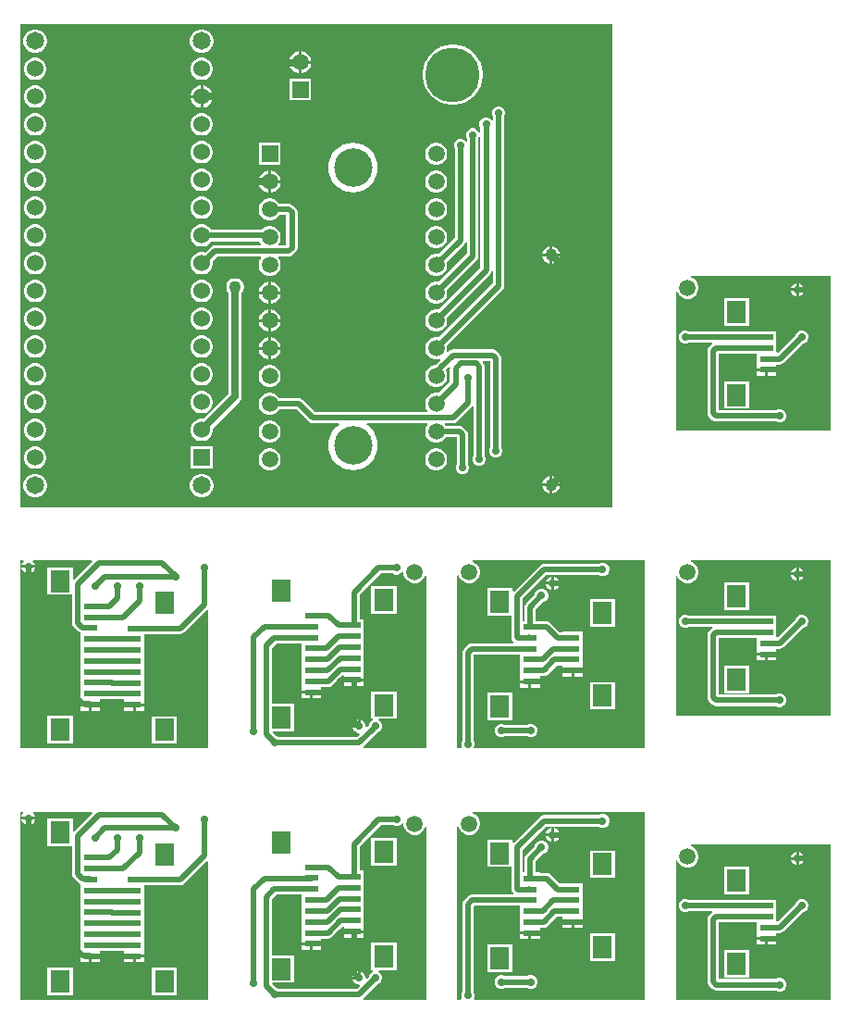
<source format=gbr>
%TF.GenerationSoftware,Altium Limited,Altium Designer,24.3.1 (35)*%
G04 Layer_Physical_Order=2*
G04 Layer_Color=16711680*
%FSLAX45Y45*%
%MOMM*%
%TF.SameCoordinates,065391E9-2A1D-4ECE-AA0D-878B158C5FC5*%
%TF.FilePolarity,Positive*%
%TF.FileFunction,Copper,L2,Bot,Signal*%
%TF.Part,CustomerPanel*%
G01*
G75*
%TA.AperFunction,SMDPad,CuDef*%
%ADD10R,1.80000X2.00000*%
%ADD11R,1.30000X0.60000*%
%TA.AperFunction,Conductor*%
%ADD12C,0.70000*%
%ADD13C,0.50000*%
%TA.AperFunction,ComponentPad*%
%ADD18C,1.50800*%
%ADD19R,1.50800X1.50800*%
%ADD20C,1.65100*%
%ADD21C,1.52400*%
%ADD22R,1.52400X1.52400*%
%ADD23C,3.51600*%
%ADD24R,1.50800X1.50800*%
%TA.AperFunction,ViaPad*%
%ADD25C,1.10000*%
%ADD26C,5.00000*%
%ADD27C,0.70000*%
%ADD28C,1.50000*%
G36*
X7458809Y5241192D02*
X6041191D01*
Y6519095D01*
X6053891Y6520766D01*
X6056442Y6511247D01*
X6069660Y6488353D01*
X6088353Y6469660D01*
X6111247Y6456443D01*
X6136782Y6449601D01*
X6163218D01*
X6188753Y6456443D01*
X6211647Y6469660D01*
X6230340Y6488353D01*
X6243558Y6511247D01*
X6250400Y6536782D01*
Y6563218D01*
X6243558Y6588753D01*
X6230340Y6611647D01*
X6211647Y6630340D01*
X6188753Y6643558D01*
X6179234Y6646109D01*
X6180906Y6658809D01*
X7458809D01*
Y5241192D01*
D02*
G37*
G36*
X5458808Y4541191D02*
X41191D01*
Y8958808D01*
X5458808D01*
Y4541191D01*
D02*
G37*
G36*
X701801Y4047075D02*
X534500Y3879774D01*
X521800Y3885034D01*
Y3994404D01*
X291000D01*
Y3743604D01*
X514613D01*
Y3488126D01*
X518525Y3468460D01*
X529664Y3451789D01*
X573788Y3407666D01*
X590459Y3396526D01*
X591001Y3396419D01*
Y3283602D01*
Y3183602D01*
Y3083603D01*
Y2983603D01*
Y2883603D01*
Y2783603D01*
Y2751703D01*
X681401D01*
Y2739003D01*
D01*
Y2751703D01*
X771801D01*
Y2787616D01*
X874915D01*
X882985Y2786011D01*
X993499D01*
Y2750098D01*
X1083899D01*
X1174299D01*
Y2781998D01*
Y2881998D01*
Y2981998D01*
Y3081997D01*
Y3181997D01*
Y3281997D01*
Y3386009D01*
X1505697D01*
X1525362Y3389921D01*
X1542033Y3401061D01*
X1747075Y3606103D01*
X1758809Y3601242D01*
Y2341191D01*
X41191D01*
Y4058808D01*
X67930D01*
X73190Y4046108D01*
X63095Y4036014D01*
X54184Y4014500D01*
X174416D01*
X165505Y4036014D01*
X155410Y4046108D01*
X160670Y4058808D01*
X696941D01*
X701801Y4047075D01*
D02*
G37*
G36*
X3538063Y3954654D02*
X3549599Y3951864D01*
Y3936781D01*
X3556441Y3911246D01*
X3569659Y3888352D01*
X3588352Y3869659D01*
X3611246Y3856441D01*
X3636781Y3849599D01*
X3663217D01*
X3688752Y3856441D01*
X3711646Y3869659D01*
X3730339Y3888352D01*
X3743557Y3911246D01*
X3746109Y3920768D01*
X3758809Y3919096D01*
Y2341191D01*
X3185176D01*
X3181476Y2348396D01*
X3180664Y2353891D01*
X3307855Y2481083D01*
X3329614Y2490095D01*
X3346605Y2507086D01*
X3355800Y2529286D01*
Y2553314D01*
X3346605Y2575514D01*
X3329614Y2592505D01*
X3320449Y2596301D01*
X3322975Y2609001D01*
X3485400D01*
Y2859801D01*
X3254600D01*
Y2609001D01*
X3267825D01*
X3270351Y2596301D01*
X3261186Y2592505D01*
X3244195Y2575514D01*
X3235183Y2553755D01*
X3216100Y2534672D01*
X3203400Y2539933D01*
Y2553314D01*
X3194205Y2575514D01*
X3177214Y2592505D01*
X3155700Y2601416D01*
Y2541300D01*
X3143000D01*
Y2528600D01*
X3082884D01*
X3091795Y2507086D01*
X3108786Y2490095D01*
X3130986Y2480900D01*
X3144367D01*
X3149628Y2468200D01*
X3121715Y2440287D01*
X2402073D01*
X2383765Y2447870D01*
X2348035Y2483601D01*
X2353295Y2496301D01*
X2547200D01*
Y2747101D01*
X2342787D01*
Y3257327D01*
X2385775Y3300315D01*
X2616401D01*
Y3196302D01*
Y3096303D01*
Y2996298D01*
Y2896298D01*
Y2864398D01*
X2706801D01*
X2797201D01*
Y2900311D01*
X2862567D01*
X2882232Y2904222D01*
X2898903Y2915362D01*
X2991900Y3008358D01*
X3004600Y3003098D01*
Y2977098D01*
X3094999D01*
X3185399D01*
Y3008998D01*
Y3109003D01*
Y3209002D01*
Y3309002D01*
Y3409002D01*
Y3519802D01*
X3146387D01*
Y3742014D01*
X3342085Y3937713D01*
X3452127D01*
X3473886Y3928700D01*
X3497914D01*
X3520114Y3937895D01*
X3536899Y3954681D01*
X3538063Y3954654D01*
D02*
G37*
G36*
X5758808Y2341191D02*
X4202472D01*
X4193986Y2353892D01*
X4199302Y2366726D01*
Y2390754D01*
X4190290Y2412513D01*
Y3192317D01*
X4196587Y3198615D01*
X4616401D01*
Y3094603D01*
Y2994603D01*
Y2962703D01*
X4706801D01*
X4797200D01*
Y2998616D01*
X4829868D01*
X4849533Y3002527D01*
X4866204Y3013667D01*
X4951153Y3098615D01*
X5006199D01*
Y3062703D01*
X5096599D01*
X5186999D01*
Y3094603D01*
Y3194602D01*
Y3294602D01*
Y3405402D01*
X5006199D01*
Y3400958D01*
X4978314D01*
X4892934Y3486338D01*
X4876263Y3497478D01*
X4856598Y3501389D01*
X4797200D01*
Y3505402D01*
X4758188D01*
Y3607815D01*
X4825255Y3674883D01*
X4847014Y3683895D01*
X4864004Y3700886D01*
X4873200Y3723086D01*
Y3747114D01*
X4864004Y3769314D01*
X4847014Y3786305D01*
X4824814Y3795500D01*
X4800786D01*
X4778586Y3786305D01*
X4761595Y3769314D01*
X4752583Y3747555D01*
X4670464Y3665437D01*
X4659325Y3648766D01*
X4655413Y3629101D01*
Y3505402D01*
X4640667D01*
Y3711275D01*
X4854405Y3925013D01*
X5337827D01*
X5359586Y3916000D01*
X5383614D01*
X5405814Y3925195D01*
X5422804Y3942186D01*
X5432000Y3964386D01*
Y3988414D01*
X5422804Y4010614D01*
X5405814Y4027605D01*
X5383614Y4036800D01*
X5359586D01*
X5337827Y4027787D01*
X4833120D01*
X4813455Y4023876D01*
X4796784Y4012736D01*
X4559900Y3775852D01*
X4547200Y3781113D01*
Y3805399D01*
X4316400D01*
Y3554599D01*
X4537893D01*
Y3354100D01*
X4541804Y3334435D01*
X4552944Y3317764D01*
X4556618Y3314090D01*
X4556531Y3312271D01*
X4552554Y3301390D01*
X4175302D01*
X4155637Y3297478D01*
X4138966Y3286339D01*
X4102566Y3249939D01*
X4091427Y3233268D01*
X4087515Y3213602D01*
Y2412513D01*
X4078502Y2390754D01*
Y2366726D01*
X4083818Y2353892D01*
X4075332Y2341191D01*
X4041191D01*
Y3919094D01*
X4053891Y3920766D01*
X4056442Y3911247D01*
X4069660Y3888353D01*
X4088353Y3869660D01*
X4111247Y3856442D01*
X4136782Y3849600D01*
X4163218D01*
X4188753Y3856442D01*
X4211647Y3869660D01*
X4230340Y3888353D01*
X4243558Y3911247D01*
X4250400Y3936782D01*
Y3963218D01*
X4243558Y3988753D01*
X4230340Y4011647D01*
X4211647Y4030340D01*
X4188753Y4043558D01*
X4179234Y4046108D01*
X4180906Y4058808D01*
X5758808D01*
Y2341191D01*
D02*
G37*
G36*
X7458809Y2641192D02*
X6041191D01*
Y3919095D01*
X6053891Y3920766D01*
X6056442Y3911247D01*
X6069660Y3888353D01*
X6088353Y3869660D01*
X6111247Y3856442D01*
X6136782Y3849600D01*
X6163218D01*
X6188753Y3856442D01*
X6211647Y3869660D01*
X6230340Y3888353D01*
X6243558Y3911247D01*
X6250400Y3936782D01*
Y3963218D01*
X6243558Y3988753D01*
X6230340Y4011647D01*
X6211647Y4030340D01*
X6188753Y4043558D01*
X6179234Y4046109D01*
X6180906Y4058809D01*
X7458809D01*
Y2641192D01*
D02*
G37*
G36*
X701801Y1747075D02*
X534500Y1579774D01*
X521800Y1585034D01*
Y1694404D01*
X291000D01*
Y1443604D01*
X514613D01*
Y1188126D01*
X518525Y1168460D01*
X529664Y1151789D01*
X573788Y1107666D01*
X590459Y1096526D01*
X591001Y1096419D01*
Y983602D01*
Y883602D01*
Y783603D01*
Y683603D01*
Y583603D01*
Y483603D01*
Y451703D01*
X681401D01*
Y439003D01*
D01*
Y451703D01*
X771801D01*
Y487616D01*
X874915D01*
X882985Y486011D01*
X993499D01*
Y450098D01*
X1083899D01*
X1174299D01*
Y481998D01*
Y581998D01*
Y681998D01*
Y781997D01*
Y881997D01*
Y981997D01*
Y1086010D01*
X1505697D01*
X1525362Y1089921D01*
X1542033Y1101061D01*
X1747075Y1306103D01*
X1758809Y1301243D01*
Y41191D01*
X41191D01*
Y1758809D01*
X67930D01*
X73190Y1746109D01*
X63095Y1736014D01*
X54184Y1714500D01*
X174416D01*
X165505Y1736014D01*
X155410Y1746109D01*
X160670Y1758809D01*
X696941D01*
X701801Y1747075D01*
D02*
G37*
G36*
X3538063Y1654654D02*
X3549599Y1651864D01*
Y1636781D01*
X3556441Y1611246D01*
X3569659Y1588352D01*
X3588352Y1569659D01*
X3611246Y1556441D01*
X3636781Y1549599D01*
X3663217D01*
X3688752Y1556441D01*
X3711646Y1569659D01*
X3730339Y1588352D01*
X3743557Y1611246D01*
X3746109Y1620768D01*
X3758809Y1619096D01*
Y41191D01*
X3185176D01*
X3181476Y48396D01*
X3180664Y53891D01*
X3307855Y181083D01*
X3329614Y190095D01*
X3346605Y207086D01*
X3355800Y229286D01*
Y253314D01*
X3346605Y275514D01*
X3329614Y292505D01*
X3320449Y296301D01*
X3322975Y309001D01*
X3485400D01*
Y559801D01*
X3254600D01*
Y309001D01*
X3267825D01*
X3270351Y296301D01*
X3261186Y292505D01*
X3244195Y275514D01*
X3235183Y253755D01*
X3216100Y234672D01*
X3203400Y239933D01*
Y253314D01*
X3194205Y275514D01*
X3177214Y292505D01*
X3155700Y301416D01*
Y241300D01*
X3143000D01*
Y228600D01*
X3082884D01*
X3091795Y207086D01*
X3108786Y190095D01*
X3130986Y180900D01*
X3144367D01*
X3149628Y168200D01*
X3121715Y140287D01*
X2402073D01*
X2383765Y147870D01*
X2348035Y183601D01*
X2353295Y196301D01*
X2547200D01*
Y447101D01*
X2342787D01*
Y957328D01*
X2385775Y1000315D01*
X2616401D01*
Y896302D01*
Y796303D01*
Y696298D01*
Y596298D01*
Y564398D01*
X2706801D01*
X2797201D01*
Y600311D01*
X2862567D01*
X2882232Y604222D01*
X2898903Y615362D01*
X2991900Y708359D01*
X3004600Y703098D01*
Y677098D01*
X3094999D01*
X3185399D01*
Y708998D01*
Y809003D01*
Y909003D01*
Y1009002D01*
Y1109002D01*
Y1219802D01*
X3146387D01*
Y1442014D01*
X3342085Y1637713D01*
X3452127D01*
X3473886Y1628700D01*
X3497914D01*
X3520114Y1637895D01*
X3536899Y1654681D01*
X3538063Y1654654D01*
D02*
G37*
G36*
X5758808Y41191D02*
X4202472D01*
X4193986Y53892D01*
X4199302Y66726D01*
Y90754D01*
X4190290Y112513D01*
Y892317D01*
X4196587Y898615D01*
X4616401D01*
Y794603D01*
Y694603D01*
Y662703D01*
X4706801D01*
X4797200D01*
Y698616D01*
X4829868D01*
X4849533Y702527D01*
X4866204Y713667D01*
X4951153Y798615D01*
X5006199D01*
Y762703D01*
X5096599D01*
X5186999D01*
Y794603D01*
Y894602D01*
Y994602D01*
Y1105402D01*
X5006199D01*
Y1100958D01*
X4978314D01*
X4892934Y1186338D01*
X4876263Y1197478D01*
X4856598Y1201389D01*
X4797200D01*
Y1205402D01*
X4758188D01*
Y1307816D01*
X4825255Y1374883D01*
X4847014Y1383895D01*
X4864004Y1400886D01*
X4873200Y1423086D01*
Y1447114D01*
X4864004Y1469314D01*
X4847014Y1486305D01*
X4824814Y1495500D01*
X4800786D01*
X4778586Y1486305D01*
X4761595Y1469314D01*
X4752583Y1447555D01*
X4670464Y1365437D01*
X4659325Y1348766D01*
X4655413Y1329101D01*
Y1205402D01*
X4640667D01*
Y1411275D01*
X4854405Y1625013D01*
X5337827D01*
X5359586Y1616000D01*
X5383614D01*
X5405814Y1625195D01*
X5422804Y1642186D01*
X5432000Y1664386D01*
Y1688414D01*
X5422804Y1710614D01*
X5405814Y1727605D01*
X5383614Y1736800D01*
X5359586D01*
X5337827Y1727787D01*
X4833120D01*
X4813455Y1723876D01*
X4796784Y1712736D01*
X4559900Y1475852D01*
X4547200Y1481113D01*
Y1505399D01*
X4316400D01*
Y1254599D01*
X4537893D01*
Y1054100D01*
X4541804Y1034435D01*
X4552944Y1017764D01*
X4556618Y1014090D01*
X4556531Y1012271D01*
X4552554Y1001390D01*
X4175302D01*
X4155637Y997478D01*
X4138966Y986339D01*
X4102566Y949939D01*
X4091427Y933268D01*
X4087515Y913602D01*
Y112513D01*
X4078502Y90754D01*
Y66726D01*
X4083818Y53892D01*
X4075332Y41191D01*
X4041191D01*
Y1619094D01*
X4053891Y1620766D01*
X4056442Y1611247D01*
X4069660Y1588353D01*
X4088353Y1569660D01*
X4111247Y1556442D01*
X4136782Y1549600D01*
X4163218D01*
X4188753Y1556442D01*
X4211647Y1569660D01*
X4230340Y1588353D01*
X4243558Y1611247D01*
X4250400Y1636782D01*
Y1663218D01*
X4243558Y1688753D01*
X4230340Y1711647D01*
X4211647Y1730340D01*
X4188753Y1743558D01*
X4179234Y1746109D01*
X4180906Y1758809D01*
X5758808D01*
Y41191D01*
D02*
G37*
G36*
X7458809D02*
X6041191D01*
Y1319094D01*
X6053891Y1320766D01*
X6056442Y1311247D01*
X6069660Y1288353D01*
X6088353Y1269660D01*
X6111247Y1256442D01*
X6136782Y1249600D01*
X6163218D01*
X6188753Y1256442D01*
X6211647Y1269660D01*
X6230340Y1288353D01*
X6243558Y1311247D01*
X6250400Y1336782D01*
Y1363218D01*
X6243558Y1388753D01*
X6230340Y1411647D01*
X6211647Y1430340D01*
X6188753Y1443558D01*
X6179234Y1446109D01*
X6180906Y1458809D01*
X7458809D01*
Y41191D01*
D02*
G37*
%LPC*%
G36*
X7168400Y6593616D02*
Y6546200D01*
X7215816D01*
X7206905Y6567714D01*
X7189914Y6584705D01*
X7168400Y6593616D01*
D02*
G37*
G36*
X7143000D02*
X7121486Y6584705D01*
X7104495Y6567714D01*
X7095584Y6546200D01*
X7143000D01*
Y6593616D01*
D02*
G37*
G36*
X7215816Y6520800D02*
X7168400D01*
Y6473384D01*
X7189914Y6482296D01*
X7206905Y6499286D01*
X7215816Y6520800D01*
D02*
G37*
G36*
X7143000D02*
X7095584D01*
X7104495Y6499286D01*
X7121486Y6482296D01*
X7143000Y6473384D01*
Y6520800D01*
D02*
G37*
G36*
X6712300Y6455405D02*
X6481500D01*
Y6204605D01*
X6712300D01*
Y6455405D01*
D02*
G37*
G36*
X7205814Y6162100D02*
X7181786D01*
X7159586Y6152905D01*
X7142595Y6135914D01*
X7133583Y6114155D01*
X6975001Y5955573D01*
X6962301Y5960834D01*
Y6044603D01*
Y6155402D01*
X6781501D01*
Y6153088D01*
X6160773D01*
X6139014Y6162100D01*
X6114986D01*
X6092786Y6152905D01*
X6075795Y6135914D01*
X6066600Y6113714D01*
Y6089686D01*
X6075795Y6067486D01*
X6092786Y6050496D01*
X6114986Y6041300D01*
X6139014D01*
X6160773Y6050313D01*
X6372007D01*
X6375860Y6037613D01*
X6373953Y6036339D01*
X6344664Y6007049D01*
X6333524Y5990378D01*
X6329613Y5970713D01*
Y5407090D01*
X6333524Y5387425D01*
X6344664Y5370754D01*
X6373953Y5341464D01*
X6390624Y5330325D01*
X6410289Y5326413D01*
X6956827D01*
X6978586Y5317400D01*
X7002614D01*
X7024814Y5326596D01*
X7041805Y5343586D01*
X7051000Y5365786D01*
Y5389814D01*
X7041805Y5412014D01*
X7024814Y5429005D01*
X7002614Y5438200D01*
X6978586D01*
X6956827Y5429188D01*
X6432387D01*
Y5948615D01*
X6781501D01*
Y5844603D01*
Y5812703D01*
X6871901D01*
X6962301D01*
Y5848616D01*
X6992103D01*
X7011768Y5852527D01*
X7028439Y5863667D01*
X7206255Y6041483D01*
X7228014Y6050496D01*
X7245005Y6067486D01*
X7254200Y6089686D01*
Y6113714D01*
X7245005Y6135914D01*
X7228014Y6152905D01*
X7205814Y6162100D01*
D02*
G37*
G36*
X6962301Y5787303D02*
X6884601D01*
Y5744603D01*
X6962301D01*
Y5787303D01*
D02*
G37*
G36*
X6859201D02*
X6781501D01*
Y5744603D01*
X6859201D01*
Y5787303D01*
D02*
G37*
G36*
X6712300Y5695401D02*
X6481500D01*
Y5444601D01*
X6712300D01*
Y5695401D01*
D02*
G37*
G36*
X1716012Y8913951D02*
X1687588D01*
X1660133Y8906594D01*
X1635517Y8892382D01*
X1615419Y8872284D01*
X1601207Y8847668D01*
X1593850Y8820213D01*
Y8791789D01*
X1601207Y8764334D01*
X1615419Y8739718D01*
X1635517Y8719620D01*
X1660133Y8705408D01*
X1687588Y8698051D01*
X1716012D01*
X1743467Y8705408D01*
X1768083Y8719620D01*
X1788181Y8739718D01*
X1802393Y8764334D01*
X1809750Y8791789D01*
Y8820213D01*
X1802393Y8847668D01*
X1788181Y8872284D01*
X1768083Y8892382D01*
X1743467Y8906594D01*
X1716012Y8913951D01*
D02*
G37*
G36*
X192012D02*
X163588D01*
X136133Y8906594D01*
X111517Y8892382D01*
X91419Y8872284D01*
X77207Y8847668D01*
X69850Y8820213D01*
Y8791789D01*
X77207Y8764334D01*
X91419Y8739718D01*
X111517Y8719620D01*
X136133Y8705408D01*
X163588Y8698051D01*
X192012D01*
X219467Y8705408D01*
X244083Y8719620D01*
X264181Y8739718D01*
X278393Y8764334D01*
X285750Y8791789D01*
Y8820213D01*
X278393Y8847668D01*
X264181Y8872284D01*
X244083Y8892382D01*
X219467Y8906594D01*
X192012Y8913951D01*
D02*
G37*
G36*
X2616770Y8715600D02*
X2616200D01*
Y8627500D01*
X2704300D01*
Y8628070D01*
X2697430Y8653707D01*
X2684160Y8676692D01*
X2665392Y8695460D01*
X2642407Y8708730D01*
X2616770Y8715600D01*
D02*
G37*
G36*
X2590800D02*
X2590230D01*
X2564593Y8708730D01*
X2541608Y8695460D01*
X2522840Y8676692D01*
X2509570Y8653707D01*
X2502700Y8628070D01*
Y8627500D01*
X2590800D01*
Y8715600D01*
D02*
G37*
G36*
X2704300Y8602100D02*
X2616200D01*
Y8514000D01*
X2616770D01*
X2642407Y8520869D01*
X2665392Y8534140D01*
X2684160Y8552907D01*
X2697430Y8575893D01*
X2704300Y8601529D01*
Y8602100D01*
D02*
G37*
G36*
X2590800D02*
X2502700D01*
Y8601529D01*
X2509570Y8575893D01*
X2522840Y8552907D01*
X2541608Y8534140D01*
X2564593Y8520869D01*
X2590230Y8514000D01*
X2590800D01*
Y8602100D01*
D02*
G37*
G36*
X1715176Y8653601D02*
X1688424D01*
X1662584Y8646677D01*
X1639416Y8633301D01*
X1620500Y8614385D01*
X1607124Y8591217D01*
X1600200Y8565377D01*
Y8538625D01*
X1607124Y8512785D01*
X1620500Y8489617D01*
X1639416Y8470701D01*
X1662584Y8457325D01*
X1688424Y8450401D01*
X1715176D01*
X1741016Y8457325D01*
X1764184Y8470701D01*
X1783100Y8489617D01*
X1796476Y8512785D01*
X1803400Y8538625D01*
Y8565377D01*
X1796476Y8591217D01*
X1783100Y8614385D01*
X1764184Y8633301D01*
X1741016Y8646677D01*
X1715176Y8653601D01*
D02*
G37*
G36*
X191176D02*
X164424D01*
X138584Y8646677D01*
X115416Y8633301D01*
X96500Y8614385D01*
X83124Y8591217D01*
X76200Y8565377D01*
Y8538625D01*
X83124Y8512785D01*
X96500Y8489617D01*
X115416Y8470701D01*
X138584Y8457325D01*
X164424Y8450401D01*
X191176D01*
X217016Y8457325D01*
X240184Y8470701D01*
X259100Y8489617D01*
X272476Y8512785D01*
X279400Y8538625D01*
Y8565377D01*
X272476Y8591217D01*
X259100Y8614385D01*
X240184Y8633301D01*
X217016Y8646677D01*
X191176Y8653601D01*
D02*
G37*
G36*
X1715176Y8399601D02*
X1714500D01*
Y8310701D01*
X1803400D01*
Y8311377D01*
X1796476Y8337217D01*
X1783100Y8360385D01*
X1764184Y8379301D01*
X1741016Y8392677D01*
X1715176Y8399601D01*
D02*
G37*
G36*
X1689100D02*
X1688424D01*
X1662584Y8392677D01*
X1639416Y8379301D01*
X1620500Y8360385D01*
X1607124Y8337217D01*
X1600200Y8311377D01*
Y8310701D01*
X1689100D01*
Y8399601D01*
D02*
G37*
G36*
X2704300Y8465600D02*
X2502700D01*
Y8264000D01*
X2704300D01*
Y8465600D01*
D02*
G37*
G36*
X4021674Y8775400D02*
X3978325D01*
X3935510Y8768618D01*
X3894283Y8755223D01*
X3855659Y8735543D01*
X3820589Y8710063D01*
X3789937Y8679411D01*
X3764457Y8644341D01*
X3744777Y8605717D01*
X3731381Y8564489D01*
X3724600Y8521674D01*
Y8478325D01*
X3731381Y8435510D01*
X3744777Y8394283D01*
X3764457Y8355659D01*
X3789937Y8320589D01*
X3820589Y8289936D01*
X3855659Y8264456D01*
X3894283Y8244777D01*
X3935510Y8231381D01*
X3978325Y8224600D01*
X4021674D01*
X4064489Y8231381D01*
X4105717Y8244777D01*
X4144341Y8264456D01*
X4179411Y8289936D01*
X4210063Y8320589D01*
X4235543Y8355659D01*
X4255223Y8394283D01*
X4268619Y8435510D01*
X4275400Y8478325D01*
Y8521674D01*
X4268619Y8564489D01*
X4255223Y8605717D01*
X4235543Y8644341D01*
X4210063Y8679411D01*
X4179411Y8710063D01*
X4144341Y8735543D01*
X4105717Y8755223D01*
X4064489Y8768618D01*
X4021674Y8775400D01*
D02*
G37*
G36*
X1803400Y8285301D02*
X1714500D01*
Y8196401D01*
X1715176D01*
X1741016Y8203325D01*
X1764184Y8216701D01*
X1783100Y8235617D01*
X1796476Y8258785D01*
X1803400Y8284625D01*
Y8285301D01*
D02*
G37*
G36*
X1689100D02*
X1600200D01*
Y8284625D01*
X1607124Y8258785D01*
X1620500Y8235617D01*
X1639416Y8216701D01*
X1662584Y8203325D01*
X1688424Y8196401D01*
X1689100D01*
Y8285301D01*
D02*
G37*
G36*
X191176Y8399601D02*
X164424D01*
X138584Y8392677D01*
X115416Y8379301D01*
X96500Y8360385D01*
X83124Y8337217D01*
X76200Y8311377D01*
Y8284625D01*
X83124Y8258785D01*
X96500Y8235617D01*
X115416Y8216701D01*
X138584Y8203325D01*
X164424Y8196401D01*
X191176D01*
X217016Y8203325D01*
X240184Y8216701D01*
X259100Y8235617D01*
X272476Y8258785D01*
X279400Y8284625D01*
Y8311377D01*
X272476Y8337217D01*
X259100Y8360385D01*
X240184Y8379301D01*
X217016Y8392677D01*
X191176Y8399601D01*
D02*
G37*
G36*
X4431614Y8210400D02*
X4407586D01*
X4385386Y8201205D01*
X4368395Y8184214D01*
X4359200Y8162014D01*
Y8137986D01*
X4368213Y8116227D01*
Y8089099D01*
X4360094Y8085712D01*
X4355513Y8085206D01*
X4339514Y8101205D01*
X4317314Y8110400D01*
X4293286D01*
X4271086Y8101205D01*
X4254095Y8084214D01*
X4244900Y8062014D01*
Y8037986D01*
X4253913Y8016227D01*
Y7967713D01*
X4241213Y7965186D01*
X4233331Y7984214D01*
X4216341Y8001204D01*
X4194141Y8010400D01*
X4170113D01*
X4147913Y8001204D01*
X4130922Y7984214D01*
X4121727Y7962014D01*
Y7937986D01*
X4130740Y7916227D01*
Y7890684D01*
X4130034Y7890234D01*
X4118040Y7886791D01*
X4103626Y7901204D01*
X4081426Y7910400D01*
X4057398D01*
X4035198Y7901204D01*
X4018208Y7884214D01*
X4009012Y7862014D01*
Y7837986D01*
X4018025Y7816227D01*
Y7003197D01*
X3873088Y6858260D01*
X3861370Y6861400D01*
X3834830D01*
X3809193Y6854530D01*
X3786208Y6841260D01*
X3767440Y6822492D01*
X3754170Y6799507D01*
X3747300Y6773870D01*
Y6747329D01*
X3754170Y6721693D01*
X3767440Y6698707D01*
X3786208Y6679940D01*
X3809193Y6666669D01*
X3834830Y6659800D01*
X3861370D01*
X3887007Y6666669D01*
X3909992Y6679940D01*
X3928760Y6698707D01*
X3942030Y6721693D01*
X3948900Y6747329D01*
Y6773870D01*
X3945760Y6785588D01*
X4105748Y6945576D01*
X4116888Y6962247D01*
X4118040Y6968037D01*
X4130740Y6966786D01*
Y6861912D01*
X3873088Y6604260D01*
X3861370Y6607400D01*
X3834830D01*
X3809193Y6600530D01*
X3786208Y6587260D01*
X3767440Y6568492D01*
X3754170Y6545507D01*
X3747300Y6519870D01*
Y6493329D01*
X3754170Y6467693D01*
X3767440Y6444707D01*
X3786208Y6425940D01*
X3809193Y6412669D01*
X3834830Y6405800D01*
X3861370D01*
X3887007Y6412669D01*
X3909992Y6425940D01*
X3928760Y6444707D01*
X3942030Y6467693D01*
X3948900Y6493329D01*
Y6519870D01*
X3945760Y6531588D01*
X4218463Y6804290D01*
X4229602Y6820961D01*
X4233514Y6840627D01*
Y7916227D01*
X4241213Y7934813D01*
X4253913Y7932287D01*
Y6731085D01*
X3873088Y6350260D01*
X3861370Y6353400D01*
X3834830D01*
X3809193Y6346530D01*
X3786208Y6333260D01*
X3767440Y6314492D01*
X3754170Y6291507D01*
X3747300Y6265870D01*
Y6239329D01*
X3754170Y6213693D01*
X3767440Y6190707D01*
X3786208Y6171940D01*
X3809193Y6158669D01*
X3834830Y6151800D01*
X3861370D01*
X3887007Y6158669D01*
X3909992Y6171940D01*
X3928760Y6190707D01*
X3942030Y6213693D01*
X3948900Y6239329D01*
Y6265870D01*
X3945760Y6277588D01*
X4341636Y6673464D01*
X4352776Y6690135D01*
X4355513Y6703895D01*
X4368213Y6702644D01*
Y6591385D01*
X3873088Y6096260D01*
X3861370Y6099400D01*
X3834830D01*
X3809193Y6092530D01*
X3786208Y6079260D01*
X3767440Y6060492D01*
X3754170Y6037507D01*
X3747300Y6011870D01*
Y5985329D01*
X3754170Y5959693D01*
X3767440Y5936707D01*
X3786208Y5917940D01*
X3809193Y5904669D01*
X3834830Y5897800D01*
X3861370D01*
X3876665Y5901898D01*
X3883239Y5890512D01*
X3849062Y5856335D01*
X3841756Y5845400D01*
X3834830D01*
X3809193Y5838530D01*
X3786208Y5825260D01*
X3767440Y5806492D01*
X3754170Y5783507D01*
X3747300Y5757870D01*
Y5731329D01*
X3754170Y5705693D01*
X3767440Y5682707D01*
X3786208Y5663940D01*
X3809193Y5650669D01*
X3834830Y5643800D01*
X3861370D01*
X3887007Y5650669D01*
X3909992Y5663940D01*
X3928760Y5682707D01*
X3942030Y5705693D01*
X3948900Y5731329D01*
Y5757870D01*
X3942030Y5783507D01*
X3934545Y5796473D01*
X3963482Y5825409D01*
X3975186Y5819153D01*
X3974513Y5815768D01*
Y5689685D01*
X3873088Y5588260D01*
X3861370Y5591400D01*
X3834830D01*
X3809193Y5584530D01*
X3786208Y5571260D01*
X3767440Y5552492D01*
X3754170Y5529507D01*
X3747300Y5503870D01*
Y5477329D01*
X3754170Y5451693D01*
X3767440Y5428707D01*
X3769427Y5426720D01*
X3764567Y5414987D01*
X2739085D01*
X2627136Y5526936D01*
X2610465Y5538076D01*
X2590800Y5541987D01*
X2410825D01*
X2404760Y5552492D01*
X2385992Y5571260D01*
X2363007Y5584530D01*
X2337370Y5591400D01*
X2310830D01*
X2285193Y5584530D01*
X2262208Y5571260D01*
X2243440Y5552492D01*
X2230170Y5529507D01*
X2223300Y5503870D01*
Y5477329D01*
X2230170Y5451693D01*
X2243440Y5428707D01*
X2262208Y5409940D01*
X2285193Y5396669D01*
X2310830Y5389800D01*
X2337370D01*
X2363007Y5396669D01*
X2385992Y5409940D01*
X2404760Y5428707D01*
X2410825Y5439213D01*
X2569515D01*
X2681464Y5327264D01*
X2698135Y5316124D01*
X2717800Y5312213D01*
X2957480D01*
X2960566Y5299893D01*
X2959375Y5299257D01*
X2924810Y5270890D01*
X2896443Y5236325D01*
X2875365Y5196889D01*
X2862384Y5154100D01*
X2858002Y5109600D01*
X2862384Y5065100D01*
X2875365Y5022311D01*
X2896443Y4982875D01*
X2924810Y4948310D01*
X2959375Y4919943D01*
X2998811Y4898864D01*
X3041600Y4885884D01*
X3086100Y4881502D01*
X3130600Y4885884D01*
X3173389Y4898864D01*
X3212825Y4919943D01*
X3247390Y4948310D01*
X3275757Y4982875D01*
X3296835Y5022311D01*
X3309816Y5065100D01*
X3314198Y5109600D01*
X3309816Y5154100D01*
X3296835Y5196889D01*
X3275757Y5236325D01*
X3247390Y5270890D01*
X3212825Y5299257D01*
X3211634Y5299893D01*
X3214720Y5312213D01*
X3764567D01*
X3769427Y5300479D01*
X3767440Y5298492D01*
X3754170Y5275507D01*
X3747300Y5249870D01*
Y5223329D01*
X3754170Y5197693D01*
X3767440Y5174707D01*
X3786208Y5155940D01*
X3809193Y5142669D01*
X3834830Y5135800D01*
X3861370D01*
X3887007Y5142669D01*
X3909992Y5155940D01*
X3928760Y5174707D01*
X3934825Y5185213D01*
X4038013D01*
Y4940173D01*
X4029000Y4918414D01*
Y4894386D01*
X4038195Y4872186D01*
X4055186Y4855195D01*
X4077386Y4846000D01*
X4101414D01*
X4123614Y4855195D01*
X4140605Y4872186D01*
X4149800Y4894386D01*
Y4918414D01*
X4140787Y4940173D01*
Y5207310D01*
X4136876Y5226976D01*
X4125736Y5243647D01*
X4096447Y5272936D01*
X4079776Y5284076D01*
X4060110Y5287987D01*
X3934825D01*
X3928760Y5298492D01*
X3926773Y5300479D01*
X3931633Y5312213D01*
X4000500D01*
X4020165Y5316124D01*
X4036836Y5327264D01*
X4176536Y5466963D01*
X4177713Y5468724D01*
X4190413Y5464872D01*
Y5016373D01*
X4181400Y4994614D01*
Y4970586D01*
X4190595Y4948386D01*
X4207586Y4931395D01*
X4229786Y4922200D01*
X4253814D01*
X4276014Y4931395D01*
X4293005Y4948386D01*
X4302200Y4970586D01*
Y4994614D01*
X4293187Y5016373D01*
Y5830410D01*
X4289276Y5850076D01*
X4278136Y5866747D01*
X4272904Y5871979D01*
X4277764Y5883713D01*
X4342813D01*
Y5092573D01*
X4333800Y5070814D01*
Y5046786D01*
X4342995Y5024586D01*
X4359986Y5007595D01*
X4382186Y4998400D01*
X4406214D01*
X4428414Y5007595D01*
X4445405Y5024586D01*
X4454600Y5046786D01*
Y5070814D01*
X4445587Y5092573D01*
Y5905810D01*
X4441676Y5925476D01*
X4430536Y5942147D01*
X4401247Y5971436D01*
X4384576Y5982576D01*
X4364910Y5986487D01*
X4000500D01*
X3980835Y5982576D01*
X3964164Y5971436D01*
X3956188Y5963461D01*
X3944802Y5970035D01*
X3948900Y5985329D01*
Y6011870D01*
X3945760Y6023588D01*
X4455936Y6533764D01*
X4467076Y6550435D01*
X4470987Y6570100D01*
Y8116227D01*
X4480000Y8137986D01*
Y8162014D01*
X4470805Y8184214D01*
X4453814Y8201205D01*
X4431614Y8210400D01*
D02*
G37*
G36*
X1715176Y8145601D02*
X1688424D01*
X1662584Y8138677D01*
X1639416Y8125301D01*
X1620500Y8106385D01*
X1607124Y8083217D01*
X1600200Y8057377D01*
Y8030625D01*
X1607124Y8004785D01*
X1620500Y7981617D01*
X1639416Y7962701D01*
X1662584Y7949325D01*
X1688424Y7942401D01*
X1715176D01*
X1741016Y7949325D01*
X1764184Y7962701D01*
X1783100Y7981617D01*
X1796476Y8004785D01*
X1803400Y8030625D01*
Y8057377D01*
X1796476Y8083217D01*
X1783100Y8106385D01*
X1764184Y8125301D01*
X1741016Y8138677D01*
X1715176Y8145601D01*
D02*
G37*
G36*
X191176D02*
X164424D01*
X138584Y8138677D01*
X115416Y8125301D01*
X96500Y8106385D01*
X83124Y8083217D01*
X76200Y8057377D01*
Y8030625D01*
X83124Y8004785D01*
X96500Y7981617D01*
X115416Y7962701D01*
X138584Y7949325D01*
X164424Y7942401D01*
X191176D01*
X217016Y7949325D01*
X240184Y7962701D01*
X259100Y7981617D01*
X272476Y8004785D01*
X279400Y8030625D01*
Y8057377D01*
X272476Y8083217D01*
X259100Y8106385D01*
X240184Y8125301D01*
X217016Y8138677D01*
X191176Y8145601D01*
D02*
G37*
G36*
X1715176Y7891601D02*
X1688424D01*
X1662584Y7884677D01*
X1639416Y7871301D01*
X1620500Y7852385D01*
X1607124Y7829217D01*
X1600200Y7803377D01*
Y7776625D01*
X1607124Y7750785D01*
X1620500Y7727617D01*
X1639416Y7708701D01*
X1662584Y7695325D01*
X1688424Y7688401D01*
X1715176D01*
X1741016Y7695325D01*
X1764184Y7708701D01*
X1783100Y7727617D01*
X1796476Y7750785D01*
X1803400Y7776625D01*
Y7803377D01*
X1796476Y7829217D01*
X1783100Y7852385D01*
X1764184Y7871301D01*
X1741016Y7884677D01*
X1715176Y7891601D01*
D02*
G37*
G36*
X191176D02*
X164424D01*
X138584Y7884677D01*
X115416Y7871301D01*
X96500Y7852385D01*
X83124Y7829217D01*
X76200Y7803377D01*
Y7776625D01*
X83124Y7750785D01*
X96500Y7727617D01*
X115416Y7708701D01*
X138584Y7695325D01*
X164424Y7688401D01*
X191176D01*
X217016Y7695325D01*
X240184Y7708701D01*
X259100Y7727617D01*
X272476Y7750785D01*
X279400Y7776625D01*
Y7803377D01*
X272476Y7829217D01*
X259100Y7852385D01*
X240184Y7871301D01*
X217016Y7884677D01*
X191176Y7891601D01*
D02*
G37*
G36*
X3861370Y7877400D02*
X3834830D01*
X3809193Y7870530D01*
X3786208Y7857260D01*
X3767440Y7838492D01*
X3754170Y7815507D01*
X3747300Y7789870D01*
Y7763329D01*
X3754170Y7737693D01*
X3767440Y7714707D01*
X3786208Y7695940D01*
X3809193Y7682669D01*
X3834830Y7675800D01*
X3861370D01*
X3887007Y7682669D01*
X3909992Y7695940D01*
X3928760Y7714707D01*
X3942030Y7737693D01*
X3948900Y7763329D01*
Y7789870D01*
X3942030Y7815507D01*
X3928760Y7838492D01*
X3909992Y7857260D01*
X3887007Y7870530D01*
X3861370Y7877400D01*
D02*
G37*
G36*
X2424900D02*
X2223300D01*
Y7675800D01*
X2424900D01*
Y7877400D01*
D02*
G37*
G36*
X2337370Y7623400D02*
X2336800D01*
Y7535300D01*
X2424900D01*
Y7535870D01*
X2418030Y7561507D01*
X2404760Y7584492D01*
X2385992Y7603260D01*
X2363007Y7616530D01*
X2337370Y7623400D01*
D02*
G37*
G36*
X2311400D02*
X2310830D01*
X2285193Y7616530D01*
X2262208Y7603260D01*
X2243440Y7584492D01*
X2230170Y7561507D01*
X2223300Y7535870D01*
Y7535300D01*
X2311400D01*
Y7623400D01*
D02*
G37*
G36*
X1715176Y7637601D02*
X1688424D01*
X1662584Y7630677D01*
X1639416Y7617301D01*
X1620500Y7598385D01*
X1607124Y7575217D01*
X1600200Y7549377D01*
Y7522625D01*
X1607124Y7496785D01*
X1620500Y7473617D01*
X1639416Y7454701D01*
X1662584Y7441325D01*
X1688424Y7434401D01*
X1715176D01*
X1741016Y7441325D01*
X1764184Y7454701D01*
X1783100Y7473617D01*
X1796476Y7496785D01*
X1803400Y7522625D01*
Y7549377D01*
X1796476Y7575217D01*
X1783100Y7598385D01*
X1764184Y7617301D01*
X1741016Y7630677D01*
X1715176Y7637601D01*
D02*
G37*
G36*
X191176D02*
X164424D01*
X138584Y7630677D01*
X115416Y7617301D01*
X96500Y7598385D01*
X83124Y7575217D01*
X76200Y7549377D01*
Y7522625D01*
X83124Y7496785D01*
X96500Y7473617D01*
X115416Y7454701D01*
X138584Y7441325D01*
X164424Y7434401D01*
X191176D01*
X217016Y7441325D01*
X240184Y7454701D01*
X259100Y7473617D01*
X272476Y7496785D01*
X279400Y7522625D01*
Y7549377D01*
X272476Y7575217D01*
X259100Y7598385D01*
X240184Y7617301D01*
X217016Y7630677D01*
X191176Y7637601D01*
D02*
G37*
G36*
X3861370Y7623400D02*
X3834830D01*
X3809193Y7616530D01*
X3786208Y7603260D01*
X3767440Y7584492D01*
X3754170Y7561507D01*
X3747300Y7535870D01*
Y7509329D01*
X3754170Y7483693D01*
X3767440Y7460707D01*
X3786208Y7441940D01*
X3809193Y7428669D01*
X3834830Y7421800D01*
X3861370D01*
X3887007Y7428669D01*
X3909992Y7441940D01*
X3928760Y7460707D01*
X3942030Y7483693D01*
X3948900Y7509329D01*
Y7535870D01*
X3942030Y7561507D01*
X3928760Y7584492D01*
X3909992Y7603260D01*
X3887007Y7616530D01*
X3861370Y7623400D01*
D02*
G37*
G36*
X2424900Y7509900D02*
X2336800D01*
Y7421800D01*
X2337370D01*
X2363007Y7428669D01*
X2385992Y7441940D01*
X2404760Y7460707D01*
X2418030Y7483693D01*
X2424900Y7509329D01*
Y7509900D01*
D02*
G37*
G36*
X2311400D02*
X2223300D01*
Y7509329D01*
X2230170Y7483693D01*
X2243440Y7460707D01*
X2262208Y7441940D01*
X2285193Y7428669D01*
X2310830Y7421800D01*
X2311400D01*
Y7509900D01*
D02*
G37*
G36*
X3086100Y7877698D02*
X3041600Y7873315D01*
X2998811Y7860335D01*
X2959375Y7839257D01*
X2924810Y7810890D01*
X2896443Y7776325D01*
X2875365Y7736889D01*
X2862384Y7694100D01*
X2858002Y7649600D01*
X2862384Y7605100D01*
X2875365Y7562311D01*
X2896443Y7522875D01*
X2924810Y7488310D01*
X2959375Y7459943D01*
X2998811Y7438864D01*
X3041600Y7425884D01*
X3086100Y7421502D01*
X3130600Y7425884D01*
X3173389Y7438864D01*
X3212825Y7459943D01*
X3247390Y7488310D01*
X3275757Y7522875D01*
X3296835Y7562311D01*
X3309816Y7605100D01*
X3314198Y7649600D01*
X3309816Y7694100D01*
X3296835Y7736889D01*
X3275757Y7776325D01*
X3247390Y7810890D01*
X3212825Y7839257D01*
X3173389Y7860335D01*
X3130600Y7873315D01*
X3086100Y7877698D01*
D02*
G37*
G36*
X1715176Y7383601D02*
X1688424D01*
X1662584Y7376677D01*
X1639416Y7363301D01*
X1620500Y7344385D01*
X1607124Y7321217D01*
X1600200Y7295377D01*
Y7268625D01*
X1607124Y7242785D01*
X1620500Y7219617D01*
X1639416Y7200701D01*
X1662584Y7187325D01*
X1688424Y7180401D01*
X1715176D01*
X1741016Y7187325D01*
X1764184Y7200701D01*
X1783100Y7219617D01*
X1796476Y7242785D01*
X1803400Y7268625D01*
Y7295377D01*
X1796476Y7321217D01*
X1783100Y7344385D01*
X1764184Y7363301D01*
X1741016Y7376677D01*
X1715176Y7383601D01*
D02*
G37*
G36*
X191176D02*
X164424D01*
X138584Y7376677D01*
X115416Y7363301D01*
X96500Y7344385D01*
X83124Y7321217D01*
X76200Y7295377D01*
Y7268625D01*
X83124Y7242785D01*
X96500Y7219617D01*
X115416Y7200701D01*
X138584Y7187325D01*
X164424Y7180401D01*
X191176D01*
X217016Y7187325D01*
X240184Y7200701D01*
X259100Y7219617D01*
X272476Y7242785D01*
X279400Y7268625D01*
Y7295377D01*
X272476Y7321217D01*
X259100Y7344385D01*
X240184Y7363301D01*
X217016Y7376677D01*
X191176Y7383601D01*
D02*
G37*
G36*
X3861370Y7369400D02*
X3834830D01*
X3809193Y7362530D01*
X3786208Y7349260D01*
X3767440Y7330492D01*
X3754170Y7307507D01*
X3747300Y7281870D01*
Y7255329D01*
X3754170Y7229693D01*
X3767440Y7206707D01*
X3786208Y7187940D01*
X3809193Y7174669D01*
X3834830Y7167800D01*
X3861370D01*
X3887007Y7174669D01*
X3909992Y7187940D01*
X3928760Y7206707D01*
X3942030Y7229693D01*
X3948900Y7255329D01*
Y7281870D01*
X3942030Y7307507D01*
X3928760Y7330492D01*
X3909992Y7349260D01*
X3887007Y7362530D01*
X3861370Y7369400D01*
D02*
G37*
G36*
X2337370D02*
X2310830D01*
X2285193Y7362530D01*
X2262208Y7349260D01*
X2243440Y7330492D01*
X2230170Y7307507D01*
X2223300Y7281870D01*
Y7255329D01*
X2230170Y7229693D01*
X2243440Y7206707D01*
X2262208Y7187940D01*
X2285193Y7174669D01*
X2310830Y7167800D01*
X2337370D01*
X2363007Y7174669D01*
X2385992Y7187940D01*
X2404760Y7206707D01*
X2410825Y7217213D01*
X2475913D01*
Y6938987D01*
X2407633D01*
X2402773Y6950720D01*
X2404760Y6952707D01*
X2418030Y6975693D01*
X2424900Y7001329D01*
Y7027870D01*
X2418030Y7053507D01*
X2404760Y7076492D01*
X2385992Y7095260D01*
X2363007Y7108530D01*
X2337370Y7115400D01*
X2310830D01*
X2285193Y7108530D01*
X2262208Y7095260D01*
X2246336Y7079388D01*
X1789449D01*
X1783100Y7090385D01*
X1764184Y7109301D01*
X1741016Y7122677D01*
X1715176Y7129601D01*
X1688424D01*
X1662584Y7122677D01*
X1639416Y7109301D01*
X1620500Y7090385D01*
X1607124Y7067217D01*
X1600200Y7041377D01*
Y7014625D01*
X1607124Y6988785D01*
X1620500Y6965617D01*
X1639416Y6946701D01*
X1662584Y6933325D01*
X1688424Y6926401D01*
X1715176D01*
X1741016Y6933325D01*
X1764184Y6946701D01*
X1783100Y6965617D01*
X1789449Y6976614D01*
X2229923D01*
X2230170Y6975693D01*
X2243440Y6952707D01*
X2245427Y6950720D01*
X2240567Y6938987D01*
X1820390D01*
X1800724Y6935076D01*
X1784053Y6923936D01*
X1731377Y6871260D01*
X1715176Y6875601D01*
X1688424D01*
X1662584Y6868677D01*
X1639416Y6855301D01*
X1620500Y6836385D01*
X1607124Y6813217D01*
X1600200Y6787377D01*
Y6760625D01*
X1607124Y6734785D01*
X1620500Y6711617D01*
X1639416Y6692701D01*
X1662584Y6679325D01*
X1688424Y6672401D01*
X1715176D01*
X1741016Y6679325D01*
X1764184Y6692701D01*
X1783100Y6711617D01*
X1796476Y6734785D01*
X1803400Y6760625D01*
Y6787377D01*
X1801168Y6795706D01*
X1841675Y6836213D01*
X2240567D01*
X2245427Y6824479D01*
X2243440Y6822492D01*
X2230170Y6799507D01*
X2223300Y6773870D01*
Y6747329D01*
X2230170Y6721693D01*
X2243440Y6698707D01*
X2262208Y6679940D01*
X2285193Y6666669D01*
X2310830Y6659800D01*
X2337370D01*
X2363007Y6666669D01*
X2385992Y6679940D01*
X2404760Y6698707D01*
X2418030Y6721693D01*
X2424900Y6747329D01*
Y6773870D01*
X2418030Y6799507D01*
X2404760Y6822492D01*
X2402773Y6824479D01*
X2407633Y6836213D01*
X2498010D01*
X2517676Y6840124D01*
X2534347Y6851264D01*
X2563636Y6880553D01*
X2574776Y6897224D01*
X2578687Y6916889D01*
Y7239310D01*
X2574776Y7258976D01*
X2563636Y7275647D01*
X2534347Y7304936D01*
X2517676Y7316076D01*
X2498010Y7319987D01*
X2410825D01*
X2404760Y7330492D01*
X2385992Y7349260D01*
X2363007Y7362530D01*
X2337370Y7369400D01*
D02*
G37*
G36*
X191176Y7129601D02*
X164424D01*
X138584Y7122677D01*
X115416Y7109301D01*
X96500Y7090385D01*
X83124Y7067217D01*
X76200Y7041377D01*
Y7014625D01*
X83124Y6988785D01*
X96500Y6965617D01*
X115416Y6946701D01*
X138584Y6933325D01*
X164424Y6926401D01*
X191176D01*
X217016Y6933325D01*
X240184Y6946701D01*
X259100Y6965617D01*
X272476Y6988785D01*
X279400Y7014625D01*
Y7041377D01*
X272476Y7067217D01*
X259100Y7090385D01*
X240184Y7109301D01*
X217016Y7122677D01*
X191176Y7129601D01*
D02*
G37*
G36*
X3861370Y7115400D02*
X3834830D01*
X3809193Y7108530D01*
X3786208Y7095260D01*
X3767440Y7076492D01*
X3754170Y7053507D01*
X3747300Y7027870D01*
Y7001329D01*
X3754170Y6975693D01*
X3767440Y6952707D01*
X3786208Y6933940D01*
X3809193Y6920669D01*
X3834830Y6913800D01*
X3861370D01*
X3887007Y6920669D01*
X3909992Y6933940D01*
X3928760Y6952707D01*
X3942030Y6975693D01*
X3948900Y7001329D01*
Y7027870D01*
X3942030Y7053507D01*
X3928760Y7076492D01*
X3909992Y7095260D01*
X3887007Y7108530D01*
X3861370Y7115400D01*
D02*
G37*
G36*
X4912700Y6929833D02*
Y6862700D01*
X4979833D01*
X4974921Y6881033D01*
X4964336Y6899367D01*
X4949367Y6914336D01*
X4931033Y6924921D01*
X4912700Y6929833D01*
D02*
G37*
G36*
X4887300D02*
X4868967Y6924921D01*
X4850633Y6914336D01*
X4835664Y6899367D01*
X4825080Y6881033D01*
X4820167Y6862700D01*
X4887300D01*
Y6929833D01*
D02*
G37*
G36*
X4979833Y6837300D02*
X4912700D01*
Y6770167D01*
X4931033Y6775079D01*
X4949367Y6785664D01*
X4964336Y6800633D01*
X4974921Y6818967D01*
X4979833Y6837300D01*
D02*
G37*
G36*
X4887300D02*
X4820167D01*
X4825080Y6818967D01*
X4835664Y6800633D01*
X4850633Y6785664D01*
X4868967Y6775079D01*
X4887300Y6770167D01*
Y6837300D01*
D02*
G37*
G36*
X191176Y6875601D02*
X164424D01*
X138584Y6868677D01*
X115416Y6855301D01*
X96500Y6836385D01*
X83124Y6813217D01*
X76200Y6787377D01*
Y6760625D01*
X83124Y6734785D01*
X96500Y6711617D01*
X115416Y6692701D01*
X138584Y6679325D01*
X164424Y6672401D01*
X191176D01*
X217016Y6679325D01*
X240184Y6692701D01*
X259100Y6711617D01*
X272476Y6734785D01*
X279400Y6760625D01*
Y6787377D01*
X272476Y6813217D01*
X259100Y6836385D01*
X240184Y6855301D01*
X217016Y6868677D01*
X191176Y6875601D01*
D02*
G37*
G36*
X2337370Y6607400D02*
X2336800D01*
Y6519300D01*
X2424900D01*
Y6519870D01*
X2418030Y6545507D01*
X2404760Y6568492D01*
X2385992Y6587260D01*
X2363007Y6600530D01*
X2337370Y6607400D01*
D02*
G37*
G36*
X2311400D02*
X2310830D01*
X2285193Y6600530D01*
X2262208Y6587260D01*
X2243440Y6568492D01*
X2230170Y6545507D01*
X2223300Y6519870D01*
Y6519300D01*
X2311400D01*
Y6607400D01*
D02*
G37*
G36*
X1715176Y6621601D02*
X1688424D01*
X1662584Y6614677D01*
X1639416Y6601301D01*
X1620500Y6582385D01*
X1607124Y6559217D01*
X1600200Y6533377D01*
Y6506625D01*
X1607124Y6480785D01*
X1620500Y6457617D01*
X1639416Y6438701D01*
X1662584Y6425325D01*
X1688424Y6418401D01*
X1715176D01*
X1741016Y6425325D01*
X1764184Y6438701D01*
X1783100Y6457617D01*
X1796476Y6480785D01*
X1803400Y6506625D01*
Y6533377D01*
X1796476Y6559217D01*
X1783100Y6582385D01*
X1764184Y6601301D01*
X1741016Y6614677D01*
X1715176Y6621601D01*
D02*
G37*
G36*
X191176D02*
X164424D01*
X138584Y6614677D01*
X115416Y6601301D01*
X96500Y6582385D01*
X83124Y6559217D01*
X76200Y6533377D01*
Y6506625D01*
X83124Y6480785D01*
X96500Y6457617D01*
X115416Y6438701D01*
X138584Y6425325D01*
X164424Y6418401D01*
X191176D01*
X217016Y6425325D01*
X240184Y6438701D01*
X259100Y6457617D01*
X272476Y6480785D01*
X279400Y6506625D01*
Y6533377D01*
X272476Y6559217D01*
X259100Y6582385D01*
X240184Y6601301D01*
X217016Y6614677D01*
X191176Y6621601D01*
D02*
G37*
G36*
X2424900Y6493900D02*
X2336800D01*
Y6405800D01*
X2337370D01*
X2363007Y6412669D01*
X2385992Y6425940D01*
X2404760Y6444707D01*
X2418030Y6467693D01*
X2424900Y6493329D01*
Y6493900D01*
D02*
G37*
G36*
X2311400D02*
X2223300D01*
Y6493329D01*
X2230170Y6467693D01*
X2243440Y6444707D01*
X2262208Y6425940D01*
X2285193Y6412669D01*
X2310830Y6405800D01*
X2311400D01*
Y6493900D01*
D02*
G37*
G36*
X2337370Y6353400D02*
X2336800D01*
Y6265300D01*
X2424900D01*
Y6265870D01*
X2418030Y6291507D01*
X2404760Y6314492D01*
X2385992Y6333260D01*
X2363007Y6346530D01*
X2337370Y6353400D01*
D02*
G37*
G36*
X2311400D02*
X2310830D01*
X2285193Y6346530D01*
X2262208Y6333260D01*
X2243440Y6314492D01*
X2230170Y6291507D01*
X2223300Y6265870D01*
Y6265300D01*
X2311400D01*
Y6353400D01*
D02*
G37*
G36*
X1715176Y6367601D02*
X1688424D01*
X1662584Y6360677D01*
X1639416Y6347301D01*
X1620500Y6328385D01*
X1607124Y6305217D01*
X1600200Y6279377D01*
Y6252625D01*
X1607124Y6226785D01*
X1620500Y6203617D01*
X1639416Y6184701D01*
X1662584Y6171325D01*
X1688424Y6164401D01*
X1715176D01*
X1741016Y6171325D01*
X1764184Y6184701D01*
X1783100Y6203617D01*
X1796476Y6226785D01*
X1803400Y6252625D01*
Y6279377D01*
X1796476Y6305217D01*
X1783100Y6328385D01*
X1764184Y6347301D01*
X1741016Y6360677D01*
X1715176Y6367601D01*
D02*
G37*
G36*
X191176D02*
X164424D01*
X138584Y6360677D01*
X115416Y6347301D01*
X96500Y6328385D01*
X83124Y6305217D01*
X76200Y6279377D01*
Y6252625D01*
X83124Y6226785D01*
X96500Y6203617D01*
X115416Y6184701D01*
X138584Y6171325D01*
X164424Y6164401D01*
X191176D01*
X217016Y6171325D01*
X240184Y6184701D01*
X259100Y6203617D01*
X272476Y6226785D01*
X279400Y6252625D01*
Y6279377D01*
X272476Y6305217D01*
X259100Y6328385D01*
X240184Y6347301D01*
X217016Y6360677D01*
X191176Y6367601D01*
D02*
G37*
G36*
X2424900Y6239900D02*
X2336800D01*
Y6151800D01*
X2337370D01*
X2363007Y6158669D01*
X2385992Y6171940D01*
X2404760Y6190707D01*
X2418030Y6213693D01*
X2424900Y6239329D01*
Y6239900D01*
D02*
G37*
G36*
X2311400D02*
X2223300D01*
Y6239329D01*
X2230170Y6213693D01*
X2243440Y6190707D01*
X2262208Y6171940D01*
X2285193Y6158669D01*
X2310830Y6151800D01*
X2311400D01*
Y6239900D01*
D02*
G37*
G36*
X2337370Y6099400D02*
X2336800D01*
Y6011300D01*
X2424900D01*
Y6011870D01*
X2418030Y6037507D01*
X2404760Y6060492D01*
X2385992Y6079260D01*
X2363007Y6092530D01*
X2337370Y6099400D01*
D02*
G37*
G36*
X2311400D02*
X2310830D01*
X2285193Y6092530D01*
X2262208Y6079260D01*
X2243440Y6060492D01*
X2230170Y6037507D01*
X2223300Y6011870D01*
Y6011300D01*
X2311400D01*
Y6099400D01*
D02*
G37*
G36*
X1715176Y6113601D02*
X1688424D01*
X1662584Y6106677D01*
X1639416Y6093301D01*
X1620500Y6074385D01*
X1607124Y6051217D01*
X1600200Y6025377D01*
Y5998625D01*
X1607124Y5972785D01*
X1620500Y5949617D01*
X1639416Y5930701D01*
X1662584Y5917325D01*
X1688424Y5910401D01*
X1715176D01*
X1741016Y5917325D01*
X1764184Y5930701D01*
X1783100Y5949617D01*
X1796476Y5972785D01*
X1803400Y5998625D01*
Y6025377D01*
X1796476Y6051217D01*
X1783100Y6074385D01*
X1764184Y6093301D01*
X1741016Y6106677D01*
X1715176Y6113601D01*
D02*
G37*
G36*
X191176D02*
X164424D01*
X138584Y6106677D01*
X115416Y6093301D01*
X96500Y6074385D01*
X83124Y6051217D01*
X76200Y6025377D01*
Y5998625D01*
X83124Y5972785D01*
X96500Y5949617D01*
X115416Y5930701D01*
X138584Y5917325D01*
X164424Y5910401D01*
X191176D01*
X217016Y5917325D01*
X240184Y5930701D01*
X259100Y5949617D01*
X272476Y5972785D01*
X279400Y5998625D01*
Y6025377D01*
X272476Y6051217D01*
X259100Y6074385D01*
X240184Y6093301D01*
X217016Y6106677D01*
X191176Y6113601D01*
D02*
G37*
G36*
X2424900Y5985900D02*
X2336800D01*
Y5897800D01*
X2337370D01*
X2363007Y5904669D01*
X2385992Y5917940D01*
X2404760Y5936707D01*
X2418030Y5959693D01*
X2424900Y5985329D01*
Y5985900D01*
D02*
G37*
G36*
X2311400D02*
X2223300D01*
Y5985329D01*
X2230170Y5959693D01*
X2243440Y5936707D01*
X2262208Y5917940D01*
X2285193Y5904669D01*
X2310830Y5897800D01*
X2311400D01*
Y5985900D01*
D02*
G37*
G36*
X1715176Y5859601D02*
X1688424D01*
X1662584Y5852677D01*
X1639416Y5839301D01*
X1620500Y5820385D01*
X1607124Y5797217D01*
X1600200Y5771377D01*
Y5744625D01*
X1607124Y5718785D01*
X1620500Y5695617D01*
X1639416Y5676701D01*
X1662584Y5663325D01*
X1688424Y5656401D01*
X1715176D01*
X1741016Y5663325D01*
X1764184Y5676701D01*
X1783100Y5695617D01*
X1796476Y5718785D01*
X1803400Y5744625D01*
Y5771377D01*
X1796476Y5797217D01*
X1783100Y5820385D01*
X1764184Y5839301D01*
X1741016Y5852677D01*
X1715176Y5859601D01*
D02*
G37*
G36*
X191176D02*
X164424D01*
X138584Y5852677D01*
X115416Y5839301D01*
X96500Y5820385D01*
X83124Y5797217D01*
X76200Y5771377D01*
Y5744625D01*
X83124Y5718785D01*
X96500Y5695617D01*
X115416Y5676701D01*
X138584Y5663325D01*
X164424Y5656401D01*
X191176D01*
X217016Y5663325D01*
X240184Y5676701D01*
X259100Y5695617D01*
X272476Y5718785D01*
X279400Y5744625D01*
Y5771377D01*
X272476Y5797217D01*
X259100Y5820385D01*
X240184Y5839301D01*
X217016Y5852677D01*
X191176Y5859601D01*
D02*
G37*
G36*
X2337370Y5845400D02*
X2310830D01*
X2285193Y5838530D01*
X2262208Y5825260D01*
X2243440Y5806492D01*
X2230170Y5783507D01*
X2223300Y5757870D01*
Y5731329D01*
X2230170Y5705693D01*
X2243440Y5682707D01*
X2262208Y5663940D01*
X2285193Y5650669D01*
X2310830Y5643800D01*
X2337370D01*
X2363007Y5650669D01*
X2385992Y5663940D01*
X2404760Y5682707D01*
X2418030Y5705693D01*
X2424900Y5731329D01*
Y5757870D01*
X2418030Y5783507D01*
X2404760Y5806492D01*
X2385992Y5825260D01*
X2363007Y5838530D01*
X2337370Y5845400D01*
D02*
G37*
G36*
X1715176Y5605601D02*
X1688424D01*
X1662584Y5598677D01*
X1639416Y5585301D01*
X1620500Y5566385D01*
X1607124Y5543217D01*
X1600200Y5517377D01*
Y5490625D01*
X1607124Y5464785D01*
X1620500Y5441617D01*
X1639416Y5422701D01*
X1662584Y5409325D01*
X1688424Y5402401D01*
X1715176D01*
X1741016Y5409325D01*
X1764184Y5422701D01*
X1783100Y5441617D01*
X1796476Y5464785D01*
X1803400Y5490625D01*
Y5517377D01*
X1796476Y5543217D01*
X1783100Y5566385D01*
X1764184Y5585301D01*
X1741016Y5598677D01*
X1715176Y5605601D01*
D02*
G37*
G36*
X191176D02*
X164424D01*
X138584Y5598677D01*
X115416Y5585301D01*
X96500Y5566385D01*
X83124Y5543217D01*
X76200Y5517377D01*
Y5490625D01*
X83124Y5464785D01*
X96500Y5441617D01*
X115416Y5422701D01*
X138584Y5409325D01*
X164424Y5402401D01*
X191176D01*
X217016Y5409325D01*
X240184Y5422701D01*
X259100Y5441617D01*
X272476Y5464785D01*
X279400Y5490625D01*
Y5517377D01*
X272476Y5543217D01*
X259100Y5566385D01*
X240184Y5585301D01*
X217016Y5598677D01*
X191176Y5605601D01*
D02*
G37*
G36*
X2017185Y6637800D02*
X1996015D01*
X1975567Y6632320D01*
X1957233Y6621736D01*
X1942264Y6606767D01*
X1931679Y6588433D01*
X1926200Y6567985D01*
Y6546815D01*
X1931679Y6526367D01*
X1942264Y6508033D01*
X1945017Y6505281D01*
Y5580310D01*
X1716069Y5351362D01*
X1715176Y5351601D01*
X1688424D01*
X1662584Y5344677D01*
X1639416Y5331301D01*
X1620500Y5312385D01*
X1607124Y5289217D01*
X1600200Y5263377D01*
Y5236625D01*
X1607124Y5210785D01*
X1620500Y5187617D01*
X1639416Y5168701D01*
X1662584Y5155325D01*
X1688424Y5148401D01*
X1715176D01*
X1741016Y5155325D01*
X1764184Y5168701D01*
X1783100Y5187617D01*
X1796476Y5210785D01*
X1803400Y5236625D01*
Y5263377D01*
X1803161Y5264270D01*
X2050146Y5511255D01*
X2063495Y5531234D01*
X2068183Y5554801D01*
Y6505281D01*
X2070936Y6508033D01*
X2081521Y6526367D01*
X2087000Y6546815D01*
Y6567985D01*
X2081521Y6588433D01*
X2070936Y6606767D01*
X2055967Y6621736D01*
X2037633Y6632320D01*
X2017185Y6637800D01*
D02*
G37*
G36*
X191176Y5351601D02*
X164424D01*
X138584Y5344677D01*
X115416Y5331301D01*
X96500Y5312385D01*
X83124Y5289217D01*
X76200Y5263377D01*
Y5236625D01*
X83124Y5210785D01*
X96500Y5187617D01*
X115416Y5168701D01*
X138584Y5155325D01*
X164424Y5148401D01*
X191176D01*
X217016Y5155325D01*
X240184Y5168701D01*
X259100Y5187617D01*
X272476Y5210785D01*
X279400Y5236625D01*
Y5263377D01*
X272476Y5289217D01*
X259100Y5312385D01*
X240184Y5331301D01*
X217016Y5344677D01*
X191176Y5351601D01*
D02*
G37*
G36*
X2337370Y5337400D02*
X2310830D01*
X2285193Y5330530D01*
X2262208Y5317260D01*
X2243440Y5298492D01*
X2230170Y5275507D01*
X2223300Y5249870D01*
Y5223329D01*
X2230170Y5197693D01*
X2243440Y5174707D01*
X2262208Y5155940D01*
X2285193Y5142669D01*
X2310830Y5135800D01*
X2337370D01*
X2363007Y5142669D01*
X2385992Y5155940D01*
X2404760Y5174707D01*
X2418030Y5197693D01*
X2424900Y5223329D01*
Y5249870D01*
X2418030Y5275507D01*
X2404760Y5298492D01*
X2385992Y5317260D01*
X2363007Y5330530D01*
X2337370Y5337400D01*
D02*
G37*
G36*
X1803400Y5097601D02*
X1600200D01*
Y4894401D01*
X1803400D01*
Y5097601D01*
D02*
G37*
G36*
X191176D02*
X164424D01*
X138584Y5090677D01*
X115416Y5077301D01*
X96500Y5058385D01*
X83124Y5035217D01*
X76200Y5009377D01*
Y4982625D01*
X83124Y4956785D01*
X96500Y4933617D01*
X115416Y4914701D01*
X138584Y4901325D01*
X164424Y4894401D01*
X191176D01*
X217016Y4901325D01*
X240184Y4914701D01*
X259100Y4933617D01*
X272476Y4956785D01*
X279400Y4982625D01*
Y5009377D01*
X272476Y5035217D01*
X259100Y5058385D01*
X240184Y5077301D01*
X217016Y5090677D01*
X191176Y5097601D01*
D02*
G37*
G36*
X3861370Y5083400D02*
X3834830D01*
X3809193Y5076530D01*
X3786208Y5063260D01*
X3767440Y5044492D01*
X3754170Y5021507D01*
X3747300Y4995870D01*
Y4969329D01*
X3754170Y4943693D01*
X3767440Y4920707D01*
X3786208Y4901940D01*
X3809193Y4888669D01*
X3834830Y4881800D01*
X3861370D01*
X3887007Y4888669D01*
X3909992Y4901940D01*
X3928760Y4920707D01*
X3942030Y4943693D01*
X3948900Y4969329D01*
Y4995870D01*
X3942030Y5021507D01*
X3928760Y5044492D01*
X3909992Y5063260D01*
X3887007Y5076530D01*
X3861370Y5083400D01*
D02*
G37*
G36*
X2337370D02*
X2310830D01*
X2285193Y5076530D01*
X2262208Y5063260D01*
X2243440Y5044492D01*
X2230170Y5021507D01*
X2223300Y4995870D01*
Y4969329D01*
X2230170Y4943693D01*
X2243440Y4920707D01*
X2262208Y4901940D01*
X2285193Y4888669D01*
X2310830Y4881800D01*
X2337370D01*
X2363007Y4888669D01*
X2385992Y4901940D01*
X2404760Y4920707D01*
X2418030Y4943693D01*
X2424900Y4969329D01*
Y4995870D01*
X2418030Y5021507D01*
X2404760Y5044492D01*
X2385992Y5063260D01*
X2363007Y5076530D01*
X2337370Y5083400D01*
D02*
G37*
G36*
X4912700Y4829833D02*
Y4762700D01*
X4979833D01*
X4974921Y4781033D01*
X4964336Y4799367D01*
X4949367Y4814336D01*
X4931033Y4824920D01*
X4912700Y4829833D01*
D02*
G37*
G36*
X4887300D02*
X4868967Y4824920D01*
X4850633Y4814336D01*
X4835664Y4799367D01*
X4825080Y4781033D01*
X4820167Y4762700D01*
X4887300D01*
Y4829833D01*
D02*
G37*
G36*
X4979833Y4737300D02*
X4912700D01*
Y4670167D01*
X4931033Y4675079D01*
X4949367Y4685664D01*
X4964336Y4700633D01*
X4974921Y4718967D01*
X4979833Y4737300D01*
D02*
G37*
G36*
X4887300D02*
X4820167D01*
X4825080Y4718967D01*
X4835664Y4700633D01*
X4850633Y4685664D01*
X4868967Y4675079D01*
X4887300Y4670167D01*
Y4737300D01*
D02*
G37*
G36*
X1716012Y4849951D02*
X1687588D01*
X1660133Y4842594D01*
X1635517Y4828382D01*
X1615419Y4808284D01*
X1601207Y4783668D01*
X1593850Y4756213D01*
Y4727789D01*
X1601207Y4700334D01*
X1615419Y4675718D01*
X1635517Y4655620D01*
X1660133Y4641408D01*
X1687588Y4634051D01*
X1716012D01*
X1743467Y4641408D01*
X1768083Y4655620D01*
X1788181Y4675718D01*
X1802393Y4700334D01*
X1809750Y4727789D01*
Y4756213D01*
X1802393Y4783668D01*
X1788181Y4808284D01*
X1768083Y4828382D01*
X1743467Y4842594D01*
X1716012Y4849951D01*
D02*
G37*
G36*
X192012D02*
X163588D01*
X136133Y4842594D01*
X111517Y4828382D01*
X91419Y4808284D01*
X77207Y4783668D01*
X69850Y4756213D01*
Y4727789D01*
X77207Y4700334D01*
X91419Y4675718D01*
X111517Y4655620D01*
X136133Y4641408D01*
X163588Y4634051D01*
X192012D01*
X219467Y4641408D01*
X244083Y4655620D01*
X264181Y4675718D01*
X278393Y4700334D01*
X285750Y4727789D01*
Y4756213D01*
X278393Y4783668D01*
X264181Y4808284D01*
X244083Y4828382D01*
X219467Y4842594D01*
X192012Y4849951D01*
D02*
G37*
G36*
X174416Y3989100D02*
X127000D01*
Y3941684D01*
X148514Y3950595D01*
X165505Y3967586D01*
X174416Y3989100D01*
D02*
G37*
G36*
X101600D02*
X54184D01*
X63095Y3967586D01*
X80086Y3950595D01*
X101600Y3941684D01*
Y3989100D01*
D02*
G37*
G36*
X771801Y2726303D02*
X694101D01*
Y2683603D01*
X771801D01*
Y2726303D01*
D02*
G37*
G36*
X668701D02*
X591001D01*
Y2683603D01*
X668701D01*
Y2726303D01*
D02*
G37*
G36*
X1174299Y2724698D02*
X1096599D01*
Y2681998D01*
X1174299D01*
Y2724698D01*
D02*
G37*
G36*
X1071199D02*
X993499D01*
Y2681998D01*
X1071199D01*
Y2724698D01*
D02*
G37*
G36*
X521800Y2634401D02*
X291000D01*
Y2383601D01*
X521800D01*
Y2634401D01*
D02*
G37*
G36*
X1474300Y2632801D02*
X1243500D01*
Y2382001D01*
X1474300D01*
Y2632801D01*
D02*
G37*
G36*
X3485400Y3819799D02*
X3254600D01*
Y3568999D01*
X3485400D01*
Y3819799D01*
D02*
G37*
G36*
X3185399Y2951698D02*
X3107699D01*
Y2908998D01*
X3185399D01*
Y2951698D01*
D02*
G37*
G36*
X3082299D02*
X3004600D01*
Y2908998D01*
X3082299D01*
Y2951698D01*
D02*
G37*
G36*
X2797201Y2838998D02*
X2719501D01*
Y2796298D01*
X2797201D01*
Y2838998D01*
D02*
G37*
G36*
X2694101D02*
X2616401D01*
Y2796298D01*
X2694101D01*
Y2838998D01*
D02*
G37*
G36*
X3130300Y2601416D02*
X3108786Y2592505D01*
X3091795Y2575514D01*
X3082884Y2554000D01*
X3130300D01*
Y2601416D01*
D02*
G37*
G36*
X4927100Y3909516D02*
Y3862100D01*
X4974516D01*
X4965604Y3883614D01*
X4948614Y3900605D01*
X4927100Y3909516D01*
D02*
G37*
G36*
X4901700D02*
X4880186Y3900605D01*
X4863195Y3883614D01*
X4854284Y3862100D01*
X4901700D01*
Y3909516D01*
D02*
G37*
G36*
X4974516Y3836700D02*
X4927100D01*
Y3789284D01*
X4948614Y3798195D01*
X4965604Y3815186D01*
X4974516Y3836700D01*
D02*
G37*
G36*
X4901700D02*
X4854284D01*
X4863195Y3815186D01*
X4880186Y3798195D01*
X4901700Y3789284D01*
Y3836700D01*
D02*
G37*
G36*
X5487000Y3705399D02*
X5256200D01*
Y3454599D01*
X5487000D01*
Y3705399D01*
D02*
G37*
G36*
X5186999Y3037303D02*
X5109299D01*
Y2994603D01*
X5186999D01*
Y3037303D01*
D02*
G37*
G36*
X5083899D02*
X5006199D01*
Y2994603D01*
X5083899D01*
Y3037303D01*
D02*
G37*
G36*
X4797200Y2937303D02*
X4719501D01*
Y2894603D01*
X4797200D01*
Y2937303D01*
D02*
G37*
G36*
X4694101D02*
X4616401D01*
Y2894603D01*
X4694101D01*
Y2937303D01*
D02*
G37*
G36*
X5487000Y2945401D02*
X5256200D01*
Y2694601D01*
X5487000D01*
Y2945401D01*
D02*
G37*
G36*
X4547200Y2845401D02*
X4316400D01*
Y2594601D01*
X4547200D01*
Y2845401D01*
D02*
G37*
G36*
X4723614Y2563600D02*
X4699586D01*
X4677827Y2554587D01*
X4478273D01*
X4456514Y2563600D01*
X4432486D01*
X4410286Y2554405D01*
X4393295Y2537414D01*
X4384100Y2515214D01*
Y2491186D01*
X4393295Y2468986D01*
X4410286Y2451995D01*
X4432486Y2442800D01*
X4456514D01*
X4478273Y2451813D01*
X4677827D01*
X4699586Y2442800D01*
X4723614D01*
X4745814Y2451995D01*
X4762805Y2468986D01*
X4772000Y2491186D01*
Y2515214D01*
X4762805Y2537414D01*
X4745814Y2554405D01*
X4723614Y2563600D01*
D02*
G37*
G36*
X7168400Y3993616D02*
Y3946200D01*
X7215816D01*
X7206905Y3967714D01*
X7189914Y3984705D01*
X7168400Y3993616D01*
D02*
G37*
G36*
X7143000D02*
X7121486Y3984705D01*
X7104495Y3967714D01*
X7095584Y3946200D01*
X7143000D01*
Y3993616D01*
D02*
G37*
G36*
X7215816Y3920800D02*
X7168400D01*
Y3873384D01*
X7189914Y3882296D01*
X7206905Y3899286D01*
X7215816Y3920800D01*
D02*
G37*
G36*
X7143000D02*
X7095584D01*
X7104495Y3899286D01*
X7121486Y3882296D01*
X7143000Y3873384D01*
Y3920800D01*
D02*
G37*
G36*
X6712300Y3855405D02*
X6481500D01*
Y3604604D01*
X6712300D01*
Y3855405D01*
D02*
G37*
G36*
X7205814Y3562100D02*
X7181786D01*
X7159586Y3552905D01*
X7142595Y3535914D01*
X7133583Y3514155D01*
X6975001Y3355573D01*
X6962301Y3360834D01*
Y3444602D01*
Y3555402D01*
X6781501D01*
Y3553087D01*
X6160773D01*
X6139014Y3562100D01*
X6114986D01*
X6092786Y3552905D01*
X6075795Y3535914D01*
X6066600Y3513714D01*
Y3489686D01*
X6075795Y3467486D01*
X6092786Y3450496D01*
X6114986Y3441300D01*
X6139014D01*
X6160773Y3450313D01*
X6372007D01*
X6375860Y3437613D01*
X6373953Y3436339D01*
X6344664Y3407049D01*
X6333524Y3390378D01*
X6329613Y3370713D01*
Y2807090D01*
X6333524Y2787424D01*
X6344664Y2770753D01*
X6373953Y2741464D01*
X6390624Y2730324D01*
X6410289Y2726413D01*
X6956827D01*
X6978586Y2717400D01*
X7002614D01*
X7024814Y2726596D01*
X7041805Y2743586D01*
X7051000Y2765786D01*
Y2789814D01*
X7041805Y2812014D01*
X7024814Y2829005D01*
X7002614Y2838200D01*
X6978586D01*
X6956827Y2829187D01*
X6432387D01*
Y3348615D01*
X6781501D01*
Y3244603D01*
Y3212703D01*
X6871901D01*
X6962301D01*
Y3248616D01*
X6992103D01*
X7011768Y3252527D01*
X7028439Y3263667D01*
X7206255Y3441483D01*
X7228014Y3450496D01*
X7245005Y3467486D01*
X7254200Y3489686D01*
Y3513714D01*
X7245005Y3535914D01*
X7228014Y3552905D01*
X7205814Y3562100D01*
D02*
G37*
G36*
X6962301Y3187303D02*
X6884601D01*
Y3144603D01*
X6962301D01*
Y3187303D01*
D02*
G37*
G36*
X6859201D02*
X6781501D01*
Y3144603D01*
X6859201D01*
Y3187303D01*
D02*
G37*
G36*
X6712300Y3095401D02*
X6481500D01*
Y2844601D01*
X6712300D01*
Y3095401D01*
D02*
G37*
G36*
X174416Y1689100D02*
X127000D01*
Y1641684D01*
X148514Y1650595D01*
X165505Y1667586D01*
X174416Y1689100D01*
D02*
G37*
G36*
X101600D02*
X54184D01*
X63095Y1667586D01*
X80086Y1650595D01*
X101600Y1641684D01*
Y1689100D01*
D02*
G37*
G36*
X771801Y426303D02*
X694101D01*
Y383603D01*
X771801D01*
Y426303D01*
D02*
G37*
G36*
X668701D02*
X591001D01*
Y383603D01*
X668701D01*
Y426303D01*
D02*
G37*
G36*
X1174299Y424698D02*
X1096599D01*
Y381998D01*
X1174299D01*
Y424698D01*
D02*
G37*
G36*
X1071199D02*
X993499D01*
Y381998D01*
X1071199D01*
Y424698D01*
D02*
G37*
G36*
X521800Y334401D02*
X291000D01*
Y83601D01*
X521800D01*
Y334401D01*
D02*
G37*
G36*
X1474300Y332801D02*
X1243500D01*
Y82001D01*
X1474300D01*
Y332801D01*
D02*
G37*
G36*
X3485400Y1519799D02*
X3254600D01*
Y1268999D01*
X3485400D01*
Y1519799D01*
D02*
G37*
G36*
X3185399Y651698D02*
X3107699D01*
Y608998D01*
X3185399D01*
Y651698D01*
D02*
G37*
G36*
X3082299D02*
X3004600D01*
Y608998D01*
X3082299D01*
Y651698D01*
D02*
G37*
G36*
X2797201Y538998D02*
X2719501D01*
Y496298D01*
X2797201D01*
Y538998D01*
D02*
G37*
G36*
X2694101D02*
X2616401D01*
Y496298D01*
X2694101D01*
Y538998D01*
D02*
G37*
G36*
X3130300Y301416D02*
X3108786Y292505D01*
X3091795Y275514D01*
X3082884Y254000D01*
X3130300D01*
Y301416D01*
D02*
G37*
G36*
X4927100Y1609516D02*
Y1562100D01*
X4974516D01*
X4965604Y1583614D01*
X4948614Y1600605D01*
X4927100Y1609516D01*
D02*
G37*
G36*
X4901700D02*
X4880186Y1600605D01*
X4863195Y1583614D01*
X4854284Y1562100D01*
X4901700D01*
Y1609516D01*
D02*
G37*
G36*
X4974516Y1536700D02*
X4927100D01*
Y1489284D01*
X4948614Y1498195D01*
X4965604Y1515186D01*
X4974516Y1536700D01*
D02*
G37*
G36*
X4901700D02*
X4854284D01*
X4863195Y1515186D01*
X4880186Y1498195D01*
X4901700Y1489284D01*
Y1536700D01*
D02*
G37*
G36*
X5487000Y1405399D02*
X5256200D01*
Y1154599D01*
X5487000D01*
Y1405399D01*
D02*
G37*
G36*
X5186999Y737303D02*
X5109299D01*
Y694603D01*
X5186999D01*
Y737303D01*
D02*
G37*
G36*
X5083899D02*
X5006199D01*
Y694603D01*
X5083899D01*
Y737303D01*
D02*
G37*
G36*
X4797200Y637303D02*
X4719501D01*
Y594603D01*
X4797200D01*
Y637303D01*
D02*
G37*
G36*
X4694101D02*
X4616401D01*
Y594603D01*
X4694101D01*
Y637303D01*
D02*
G37*
G36*
X5487000Y645401D02*
X5256200D01*
Y394601D01*
X5487000D01*
Y645401D01*
D02*
G37*
G36*
X4547200Y545401D02*
X4316400D01*
Y294601D01*
X4547200D01*
Y545401D01*
D02*
G37*
G36*
X4723614Y263600D02*
X4699586D01*
X4677827Y254587D01*
X4478273D01*
X4456514Y263600D01*
X4432486D01*
X4410286Y254405D01*
X4393295Y237414D01*
X4384100Y215214D01*
Y191186D01*
X4393295Y168986D01*
X4410286Y151995D01*
X4432486Y142800D01*
X4456514D01*
X4478273Y151813D01*
X4677827D01*
X4699586Y142800D01*
X4723614D01*
X4745814Y151995D01*
X4762805Y168986D01*
X4772000Y191186D01*
Y215214D01*
X4762805Y237414D01*
X4745814Y254405D01*
X4723614Y263600D01*
D02*
G37*
G36*
X7168400Y1393616D02*
Y1346200D01*
X7215816D01*
X7206905Y1367714D01*
X7189914Y1384705D01*
X7168400Y1393616D01*
D02*
G37*
G36*
X7143000D02*
X7121486Y1384705D01*
X7104495Y1367714D01*
X7095584Y1346200D01*
X7143000D01*
Y1393616D01*
D02*
G37*
G36*
X7215816Y1320800D02*
X7168400D01*
Y1273384D01*
X7189914Y1282295D01*
X7206905Y1299286D01*
X7215816Y1320800D01*
D02*
G37*
G36*
X7143000D02*
X7095584D01*
X7104495Y1299286D01*
X7121486Y1282295D01*
X7143000Y1273384D01*
Y1320800D01*
D02*
G37*
G36*
X6712300Y1255404D02*
X6481500D01*
Y1004604D01*
X6712300D01*
Y1255404D01*
D02*
G37*
G36*
X7205814Y962100D02*
X7181786D01*
X7159586Y952905D01*
X7142595Y935914D01*
X7133583Y914155D01*
X6975001Y755573D01*
X6962301Y760834D01*
Y844602D01*
Y955402D01*
X6781501D01*
Y953087D01*
X6160773D01*
X6139014Y962100D01*
X6114986D01*
X6092786Y952905D01*
X6075795Y935914D01*
X6066600Y913714D01*
Y889686D01*
X6075795Y867486D01*
X6092786Y850495D01*
X6114986Y841300D01*
X6139014D01*
X6160773Y850313D01*
X6372007D01*
X6375860Y837613D01*
X6373953Y836339D01*
X6344664Y807049D01*
X6333524Y790378D01*
X6329613Y770713D01*
Y207090D01*
X6333524Y187424D01*
X6344664Y170753D01*
X6373953Y141464D01*
X6390624Y130324D01*
X6410289Y126413D01*
X6956827D01*
X6978586Y117400D01*
X7002614D01*
X7024814Y126595D01*
X7041805Y143586D01*
X7051000Y165786D01*
Y189814D01*
X7041805Y212014D01*
X7024814Y229005D01*
X7002614Y238200D01*
X6978586D01*
X6956827Y229187D01*
X6432387D01*
Y748615D01*
X6781501D01*
Y644603D01*
Y612703D01*
X6871901D01*
X6962301D01*
Y648615D01*
X6992103D01*
X7011768Y652527D01*
X7028439Y663666D01*
X7206255Y841483D01*
X7228014Y850495D01*
X7245005Y867486D01*
X7254200Y889686D01*
Y913714D01*
X7245005Y935914D01*
X7228014Y952905D01*
X7205814Y962100D01*
D02*
G37*
G36*
X6962301Y587303D02*
X6884601D01*
Y544603D01*
X6962301D01*
Y587303D01*
D02*
G37*
G36*
X6859201D02*
X6781501D01*
Y544603D01*
X6859201D01*
Y587303D01*
D02*
G37*
G36*
X6712300Y495401D02*
X6481500D01*
Y244601D01*
X6712300D01*
Y495401D01*
D02*
G37*
%LPD*%
D10*
X406400Y1569004D02*
D03*
Y209001D02*
D03*
X1358900Y207401D02*
D03*
Y1367399D02*
D03*
X406400Y3869004D02*
D03*
Y2509001D02*
D03*
X1358900Y2507401D02*
D03*
Y3667399D02*
D03*
X3370000Y1394399D02*
D03*
Y434401D02*
D03*
X2431800Y1481699D02*
D03*
Y321701D02*
D03*
X3370000Y3694399D02*
D03*
Y2734401D02*
D03*
X2431800Y3781699D02*
D03*
Y2621701D02*
D03*
X6596900Y370001D02*
D03*
Y1130004D02*
D03*
Y2970001D02*
D03*
Y3730004D02*
D03*
Y5570001D02*
D03*
Y6330005D02*
D03*
X4431800Y1379999D02*
D03*
Y420001D02*
D03*
X5371600Y520001D02*
D03*
Y1279999D02*
D03*
X4431800Y3679999D02*
D03*
Y2720001D02*
D03*
X5371600Y2820001D02*
D03*
Y3579999D02*
D03*
D11*
X681401Y439003D02*
D03*
Y539003D02*
D03*
Y639003D02*
D03*
Y739003D02*
D03*
Y839003D02*
D03*
Y939002D02*
D03*
Y1039002D02*
D03*
Y1139002D02*
D03*
Y1239002D02*
D03*
Y1339002D02*
D03*
X1083899Y1137397D02*
D03*
Y1037397D02*
D03*
Y937397D02*
D03*
Y837397D02*
D03*
Y737398D02*
D03*
Y637398D02*
D03*
Y537398D02*
D03*
Y437398D02*
D03*
X681401Y2739003D02*
D03*
Y2839003D02*
D03*
Y2939003D02*
D03*
Y3039003D02*
D03*
Y3139003D02*
D03*
Y3239002D02*
D03*
Y3339002D02*
D03*
Y3439002D02*
D03*
Y3539002D02*
D03*
Y3639002D02*
D03*
X1083899Y3437397D02*
D03*
Y3337397D02*
D03*
Y3237397D02*
D03*
Y3137397D02*
D03*
Y3037398D02*
D03*
Y2937398D02*
D03*
Y2837398D02*
D03*
Y2737398D02*
D03*
X3094999Y664398D02*
D03*
Y764398D02*
D03*
Y864403D02*
D03*
Y964402D02*
D03*
Y1064402D02*
D03*
Y1164402D02*
D03*
X2706801Y551698D02*
D03*
Y651698D02*
D03*
Y751698D02*
D03*
Y851703D02*
D03*
Y951702D02*
D03*
Y1051702D02*
D03*
Y1151702D02*
D03*
Y1251702D02*
D03*
X3094999Y2964398D02*
D03*
Y3064398D02*
D03*
Y3164403D02*
D03*
Y3264402D02*
D03*
Y3364402D02*
D03*
Y3464402D02*
D03*
X2706801Y2851698D02*
D03*
Y2951698D02*
D03*
Y3051698D02*
D03*
Y3151703D02*
D03*
Y3251702D02*
D03*
Y3351702D02*
D03*
Y3451702D02*
D03*
Y3551702D02*
D03*
X6871901Y900002D02*
D03*
Y800002D02*
D03*
Y700003D02*
D03*
Y600003D02*
D03*
Y3500002D02*
D03*
Y3400003D02*
D03*
Y3300003D02*
D03*
Y3200003D02*
D03*
Y6100003D02*
D03*
Y6000003D02*
D03*
Y5900003D02*
D03*
Y5800003D02*
D03*
X4706801Y650003D02*
D03*
Y750003D02*
D03*
Y850003D02*
D03*
Y950002D02*
D03*
Y1050002D02*
D03*
Y1150002D02*
D03*
X5096599Y1050002D02*
D03*
Y950002D02*
D03*
Y850003D02*
D03*
Y750003D02*
D03*
X4706801Y2950003D02*
D03*
Y3050003D02*
D03*
Y3150003D02*
D03*
Y3250002D02*
D03*
Y3350002D02*
D03*
Y3450002D02*
D03*
X5096599Y3350002D02*
D03*
Y3250002D02*
D03*
Y3150003D02*
D03*
Y3050003D02*
D03*
D12*
X4900000Y4750000D02*
X5092700Y4942700D01*
X4900000Y6850000D02*
X5092700Y6657300D01*
Y4942700D02*
Y6657300D01*
X2009505Y8610800D02*
X2603500D01*
X2006600Y5554801D02*
Y6557400D01*
X1701800Y5250001D02*
X2006600Y5554801D01*
X2009505Y7522600D02*
X2318494D01*
X1968500Y7563605D02*
X2009505Y7522600D01*
X1968500Y7563605D02*
Y8297300D01*
Y8569795D01*
X2009505Y8610800D01*
X1701800Y8298001D02*
X1967799D01*
X1968500Y8297300D01*
D13*
X4069412Y6981912D02*
Y7850000D01*
X3854450Y6754250D02*
Y6766950D01*
X4069412Y6981912D01*
X4419600Y6570100D02*
Y8150000D01*
X3848100Y5998600D02*
X4419600Y6570100D01*
X4305300Y6709800D02*
Y8050000D01*
X4000500Y5363600D02*
X4140200Y5503300D01*
X2717800Y5363600D02*
X4000500D01*
X2590800Y5490600D02*
X2717800Y5363600D01*
X4364910Y5935100D02*
X4394200Y5905810D01*
X4000500Y5935100D02*
X4364910D01*
X4394200Y5058800D02*
Y5905810D01*
X3885399Y5819999D02*
X4000500Y5935100D01*
X4025900Y5815768D02*
X4069832Y5859700D01*
X4241800Y4982600D02*
Y5830410D01*
X4212510Y5859700D02*
X4241800Y5830410D01*
X4069832Y5859700D02*
X4212510D01*
X1701800Y7028001D02*
X2310699D01*
X2324100Y7014600D01*
X2315788Y7268600D02*
X2498010D01*
X2527300Y6916889D02*
Y7239310D01*
X2498010Y7268600D02*
X2527300Y7239310D01*
X1820390Y6887600D02*
X2498010D01*
X2527300Y6916889D01*
X1706791Y6774001D02*
X1820390Y6887600D01*
X1701800Y6774001D02*
X1706791D01*
X3848100Y6506600D02*
X4182127Y6840627D01*
Y7950573D01*
X3848100Y6252600D02*
X4305300Y6709800D01*
X3804434Y5236600D02*
X4060110D01*
X4089400Y4906400D02*
Y5207310D01*
X3848100Y5490600D02*
X4025900Y5668400D01*
Y5815768D01*
X4060110Y5236600D02*
X4089400Y5207310D01*
X3848100Y5771876D02*
X3885399Y5809175D01*
Y5819999D01*
X3848100Y5744600D02*
Y5771876D01*
X4140200Y5503300D02*
Y5731900D01*
X2324100Y5490600D02*
X2590800D01*
X927100Y1409700D02*
Y1524932D01*
X856402Y1339002D02*
X927100Y1409700D01*
X681401Y1339002D02*
X856402D01*
X983772Y1239002D02*
X1130000Y1385229D01*
Y1524000D01*
X816599Y1610599D02*
X1460500D01*
X730000Y1524000D02*
X816599Y1610599D01*
X681401Y1239002D02*
X983772D01*
X1724601Y1356301D02*
Y1689100D01*
X1083899Y1137397D02*
X1505697D01*
X1724601Y1356301D01*
X1338798Y1734602D02*
X1460500Y1612900D01*
X762000Y1734602D02*
X1338798D01*
X566001Y1538602D02*
X762000Y1734602D01*
X566001Y1188126D02*
X610124Y1144002D01*
X114300Y939829D02*
Y1701800D01*
Y939829D02*
X610126Y444003D01*
X676401D01*
X681401Y439003D01*
X676401Y1144002D02*
X681401Y1139002D01*
X610124Y1144002D02*
X676401D01*
X566001Y1188126D02*
Y1538602D01*
X681401Y439003D02*
X881380D01*
X882985Y437398D02*
X1083899D01*
X881380Y439003D02*
X882985Y437398D01*
Y1037397D02*
X1083899D01*
X881380Y1039002D02*
X882985Y1037397D01*
X681401Y1039002D02*
X881380D01*
X882985Y937397D02*
X1083899D01*
X881380Y939002D02*
X882985Y937397D01*
X681401Y939002D02*
X881380D01*
X882985Y837397D02*
X1083899D01*
X881380Y839003D02*
X882985Y837397D01*
X681401Y839003D02*
X881380D01*
X882985Y737398D02*
X1083899D01*
X881380Y739003D02*
X882985Y737398D01*
X681401Y739003D02*
X881380D01*
X882985Y637398D02*
X1083899D01*
X881380Y639003D02*
X882985Y637398D01*
X681401Y639003D02*
X881380D01*
X882985Y537398D02*
X1083899D01*
X881380Y539003D02*
X882985Y537398D01*
X681401Y539003D02*
X881380D01*
X927100Y3709700D02*
Y3824932D01*
X856402Y3639002D02*
X927100Y3709700D01*
X681401Y3639002D02*
X856402D01*
X983772Y3539002D02*
X1130000Y3685229D01*
Y3824000D01*
X816599Y3910598D02*
X1460500D01*
X730000Y3824000D02*
X816599Y3910598D01*
X681401Y3539002D02*
X983772D01*
X1724601Y3656301D02*
Y3989100D01*
X1083899Y3437397D02*
X1505697D01*
X1724601Y3656301D01*
X1338798Y4034602D02*
X1460500Y3912900D01*
X762000Y4034602D02*
X1338798D01*
X566001Y3838602D02*
X762000Y4034602D01*
X566001Y3488126D02*
X610124Y3444002D01*
X114300Y3239829D02*
Y4001800D01*
Y3239829D02*
X610126Y2744003D01*
X676401D01*
X681401Y2739003D01*
X676401Y3444002D02*
X681401Y3439002D01*
X610124Y3444002D02*
X676401D01*
X566001Y3488126D02*
Y3838602D01*
X681401Y2739003D02*
X881380D01*
X882985Y2737398D02*
X1083899D01*
X881380Y2739003D02*
X882985Y2737398D01*
Y3337397D02*
X1083899D01*
X881380Y3339002D02*
X882985Y3337397D01*
X681401Y3339002D02*
X881380D01*
X882985Y3237397D02*
X1083899D01*
X881380Y3239002D02*
X882985Y3237397D01*
X681401Y3239002D02*
X881380D01*
X882985Y3137397D02*
X1083899D01*
X881380Y3139003D02*
X882985Y3137397D01*
X681401Y3139003D02*
X881380D01*
X882985Y3037398D02*
X1083899D01*
X881380Y3039003D02*
X882985Y3037398D01*
X681401Y3039003D02*
X881380D01*
X882985Y2937398D02*
X1083899D01*
X881380Y2939003D02*
X882985Y2937398D01*
X681401Y2939003D02*
X881380D01*
X882985Y2837398D02*
X1083899D01*
X881380Y2839003D02*
X882985Y2837398D01*
X681401Y2839003D02*
X881380D01*
X3094999Y280590D02*
Y664398D01*
Y280590D02*
X3130462Y245127D01*
X3139173D01*
X3143000Y241300D01*
X2368300Y88900D02*
X3143000D01*
X3274865Y220765D01*
X2869198Y551698D02*
X2982579Y665079D01*
X3094319D01*
X2862567Y651698D02*
X2975266Y764398D01*
X3094999D01*
X2950900Y1164402D02*
X3094999D01*
X2863600Y1251702D02*
X2950900Y1164402D01*
X3094999D02*
Y1463299D01*
X3320800Y1689100D01*
X3485900D01*
X2968640Y864403D02*
X3094999D01*
X2849308Y851703D02*
X2962008Y964402D01*
X2706801Y951702D02*
X2842677D01*
X2706801Y851703D02*
X2849308D01*
X2962008Y964402D02*
X3094999D01*
X2955376Y1064402D02*
X3094999D01*
X2855935Y751698D02*
X2968640Y864403D01*
X2706801Y551698D02*
X2869198D01*
X2842677Y951702D02*
X2955376Y1064402D01*
X2706801Y651698D02*
X2862567D01*
X2706801Y751698D02*
X2855935D01*
X2177800Y190500D02*
Y1054100D01*
X2274514Y1150814D01*
X2291400Y167563D02*
X2368300Y90663D01*
Y88900D02*
Y90663D01*
X2291400Y167563D02*
Y978613D01*
X2364490Y1051702D01*
X2706801D01*
X2274514Y1150814D02*
X2705913D01*
X2706801Y1151702D01*
Y1251702D02*
X2863600D01*
X3094999Y2580590D02*
Y2964398D01*
Y2580590D02*
X3130462Y2545127D01*
X3139173D01*
X3143000Y2541300D01*
X2368300Y2388900D02*
X3143000D01*
X3274865Y2520765D01*
X2869198Y2851698D02*
X2982579Y2965079D01*
X3094319D01*
X2862567Y2951698D02*
X2975266Y3064398D01*
X3094999D01*
X2950900Y3464402D02*
X3094999D01*
X2863600Y3551702D02*
X2950900Y3464402D01*
X3094999D02*
Y3763299D01*
X3320800Y3989100D01*
X3485900D01*
X2968640Y3164403D02*
X3094999D01*
X2849308Y3151703D02*
X2962008Y3264402D01*
X2706801Y3251702D02*
X2842677D01*
X2706801Y3151703D02*
X2849308D01*
X2962008Y3264402D02*
X3094999D01*
X2955376Y3364402D02*
X3094999D01*
X2855935Y3051698D02*
X2968640Y3164403D01*
X2706801Y2851698D02*
X2869198D01*
X2842677Y3251702D02*
X2955376Y3364402D01*
X2706801Y2951698D02*
X2862567D01*
X2706801Y3051698D02*
X2855935D01*
X2177800Y2490500D02*
Y3354100D01*
X2274514Y3450814D01*
X2291400Y2467563D02*
X2368300Y2390663D01*
Y2388900D02*
Y2390663D01*
X2291400Y2467563D02*
Y3278613D01*
X2364490Y3351702D01*
X2706801D01*
X2274514Y3450814D02*
X2705913D01*
X2706801Y3451702D01*
Y3551702D02*
X2863600D01*
X6410289Y177800D02*
X6990600D01*
X6381000Y207090D02*
X6410289Y177800D01*
Y800002D02*
X6871901D01*
X6381000Y207090D02*
Y770713D01*
X6410289Y800002D01*
X6127000Y901700D02*
X6870203D01*
X6992103Y700003D02*
X7193800Y901700D01*
X6871901Y700003D02*
X6992103D01*
X7155700Y1333500D02*
X7405311D01*
X6871901Y600003D02*
X7405311D01*
Y1333500D02*
X7434600Y1304210D01*
X7405311Y600003D02*
X7434600Y629292D01*
Y1304210D01*
X6410289Y2777800D02*
X6990600D01*
X6381000Y2807090D02*
X6410289Y2777800D01*
Y3400003D02*
X6871901D01*
X6381000Y2807090D02*
Y3370713D01*
X6410289Y3400003D01*
X6127000Y3501700D02*
X6870203D01*
X6992103Y3300003D02*
X7193800Y3501700D01*
X6871901Y3300003D02*
X6992103D01*
X7155700Y3933500D02*
X7405311D01*
X6871901Y3200003D02*
X7405311D01*
Y3933500D02*
X7434600Y3904211D01*
X7405311Y3200003D02*
X7434600Y3229292D01*
Y3904211D01*
X6410289Y5377800D02*
X6990600D01*
X6381000Y5407090D02*
X6410289Y5377800D01*
Y6000003D02*
X6871901D01*
X6381000Y5407090D02*
Y5970713D01*
X6410289Y6000003D01*
X6127000Y6101700D02*
X6870203D01*
X6992103Y5900003D02*
X7193800Y6101700D01*
X6871901Y5900003D02*
X6992103D01*
X7155700Y6533500D02*
X7405311D01*
X6871901Y5800003D02*
X7405311D01*
Y6533500D02*
X7434600Y6504211D01*
X7405311Y5800003D02*
X7434600Y5829293D01*
Y6504211D01*
X4444500Y196301D02*
X4448327Y200128D01*
X4706801Y1150002D02*
Y1329101D01*
Y1148316D02*
Y1150002D01*
X4856598D02*
X4957029Y1049571D01*
X4706801Y1150002D02*
X4856598D01*
X4589280Y1054100D02*
X4593378Y1050002D01*
X4706801D01*
X4701801Y1055002D02*
X4706801Y1050002D01*
X4589280Y1054100D02*
Y1432560D01*
X4175302Y950002D02*
X4706801D01*
X4138902Y913602D02*
X4175302Y950002D01*
X4138902Y78740D02*
Y913602D01*
X4706801Y1329101D02*
X4812800Y1435100D01*
X4833120Y1676400D02*
X5371600D01*
X4589280Y1432560D02*
X4833120Y1676400D01*
X4957029Y1049571D02*
X5096168D01*
X4823236Y850003D02*
X4922174Y948940D01*
X5095537D01*
X4706801Y850003D02*
X4823236D01*
X4706801Y750003D02*
X4829868D01*
X4929868Y850003D02*
X5096599D01*
X4829868Y750003D02*
X4929868Y850003D01*
X4865903Y650003D02*
X4965903Y750003D01*
X4706801Y650003D02*
X4865903D01*
X4965903Y750003D02*
X5473903D01*
X5524000Y800100D01*
Y1520110D01*
X4462469Y200128D02*
X4465541Y203200D01*
X4711600D01*
X4718488D01*
X4448327Y200128D02*
X4462469D01*
X4914400Y1549400D02*
X5494710D01*
X5524000Y1520110D01*
X4444500Y2496301D02*
X4448327Y2500128D01*
X4706801Y3450002D02*
Y3629101D01*
Y3448316D02*
Y3450002D01*
X4856598D02*
X4957029Y3349571D01*
X4706801Y3450002D02*
X4856598D01*
X4589280Y3354100D02*
X4593378Y3350002D01*
X4706801D01*
X4701801Y3355002D02*
X4706801Y3350002D01*
X4589280Y3354100D02*
Y3732560D01*
X4175302Y3250002D02*
X4706801D01*
X4138902Y3213602D02*
X4175302Y3250002D01*
X4138902Y2378740D02*
Y3213602D01*
X4706801Y3629101D02*
X4812800Y3735100D01*
X4833120Y3976400D02*
X5371600D01*
X4589280Y3732560D02*
X4833120Y3976400D01*
X4957029Y3349571D02*
X5096168D01*
X4823236Y3150003D02*
X4922174Y3248940D01*
X5095537D01*
X4706801Y3150003D02*
X4823236D01*
X4706801Y3050003D02*
X4829868D01*
X4929868Y3150003D02*
X5096599D01*
X4829868Y3050003D02*
X4929868Y3150003D01*
X4865903Y2950003D02*
X4965903Y3050003D01*
X4706801Y2950003D02*
X4865903D01*
X4965903Y3050003D02*
X5473903D01*
X5524000Y3100100D01*
Y3820110D01*
X4462469Y2500128D02*
X4465541Y2503200D01*
X4711600D01*
X4718488D01*
X4448327Y2500128D02*
X4462469D01*
X4914400Y3849400D02*
X5494710D01*
X5524000Y3820110D01*
D18*
X2603500Y8614800D02*
D03*
X3848100Y7776600D02*
D03*
Y7522600D02*
D03*
Y7268600D02*
D03*
Y7014600D02*
D03*
Y6760600D02*
D03*
Y6506600D02*
D03*
Y6252600D02*
D03*
Y5998600D02*
D03*
Y5744600D02*
D03*
Y5490600D02*
D03*
Y5236600D02*
D03*
Y4982600D02*
D03*
X2324100D02*
D03*
Y5236600D02*
D03*
Y5490600D02*
D03*
Y5744600D02*
D03*
Y5998600D02*
D03*
Y6252600D02*
D03*
Y6506600D02*
D03*
Y6760600D02*
D03*
Y7014600D02*
D03*
Y7268600D02*
D03*
Y7522600D02*
D03*
D19*
X2603500Y8364800D02*
D03*
D20*
X1701800Y8806001D02*
D03*
X177800D02*
D03*
Y4742001D02*
D03*
X1701800D02*
D03*
D21*
X177800Y4996001D02*
D03*
Y5250001D02*
D03*
Y5504001D02*
D03*
Y5758001D02*
D03*
Y6012001D02*
D03*
Y6266001D02*
D03*
Y6520001D02*
D03*
Y6774001D02*
D03*
Y7028001D02*
D03*
Y7282001D02*
D03*
Y7536001D02*
D03*
Y7790001D02*
D03*
Y8044001D02*
D03*
Y8298001D02*
D03*
Y8552001D02*
D03*
X1701800D02*
D03*
Y8298001D02*
D03*
Y8044001D02*
D03*
Y7790001D02*
D03*
Y7536001D02*
D03*
Y7282001D02*
D03*
Y7028001D02*
D03*
Y6774001D02*
D03*
Y6520001D02*
D03*
Y6266001D02*
D03*
Y6012001D02*
D03*
Y5758001D02*
D03*
Y5504001D02*
D03*
Y5250001D02*
D03*
D22*
Y4996001D02*
D03*
D23*
X3086100Y5109600D02*
D03*
Y7649600D02*
D03*
D24*
X2324100Y7776600D02*
D03*
D25*
X4900000Y4750000D02*
D03*
Y6850000D02*
D03*
X2006600Y6557400D02*
D03*
D26*
X4000000Y8500000D02*
D03*
D27*
X4069412Y7850000D02*
D03*
X4182127Y7950000D02*
D03*
X4419600Y8150000D02*
D03*
X4305300Y8050000D02*
D03*
X4241800Y4982600D02*
D03*
X4140200Y5731900D02*
D03*
X4394200Y5058800D02*
D03*
X4089400Y4906400D02*
D03*
X1130000Y1524000D02*
D03*
X930000D02*
D03*
X730000D02*
D03*
X1460500Y1610599D02*
D03*
X114300Y1701800D02*
D03*
X1724601Y1689100D02*
D03*
X1130000Y3824000D02*
D03*
X930000D02*
D03*
X730000D02*
D03*
X1460500Y3910598D02*
D03*
X114300Y4001800D02*
D03*
X1724601Y3989100D02*
D03*
X3143000Y241300D02*
D03*
X3295400D02*
D03*
X2177800Y190500D02*
D03*
X2368300Y88900D02*
D03*
X3485900Y1689100D02*
D03*
X3143000Y2541300D02*
D03*
X3295400D02*
D03*
X2177800Y2490500D02*
D03*
X2368300Y2388900D02*
D03*
X3485900Y3989100D02*
D03*
X6990600Y177800D02*
D03*
X7193800Y901700D02*
D03*
X7155700Y1333500D02*
D03*
X6127000Y901700D02*
D03*
X6990600Y2777800D02*
D03*
X7193800Y3501700D02*
D03*
X7155700Y3933500D02*
D03*
X6127000Y3501700D02*
D03*
X6990600Y5377800D02*
D03*
X7193800Y6101700D02*
D03*
X7155700Y6533500D02*
D03*
X6127000Y6101700D02*
D03*
X4812800Y1435100D02*
D03*
X4444500Y203200D02*
D03*
X4711600D02*
D03*
X4138902Y78740D02*
D03*
X5371600Y1676400D02*
D03*
X4914400Y1549400D02*
D03*
X4812800Y3735100D02*
D03*
X4444500Y2503200D02*
D03*
X4711600D02*
D03*
X4138902Y2378740D02*
D03*
X5371600Y3976400D02*
D03*
X4914400Y3849400D02*
D03*
D28*
X3649999Y1649999D02*
D03*
Y3949999D02*
D03*
X6150000Y1350000D02*
D03*
Y3950000D02*
D03*
Y6550000D02*
D03*
X4150000Y1650000D02*
D03*
Y3950000D02*
D03*
%TF.MD5,21c4db25c59420a6b07542eb41bc75c7*%
M02*

</source>
